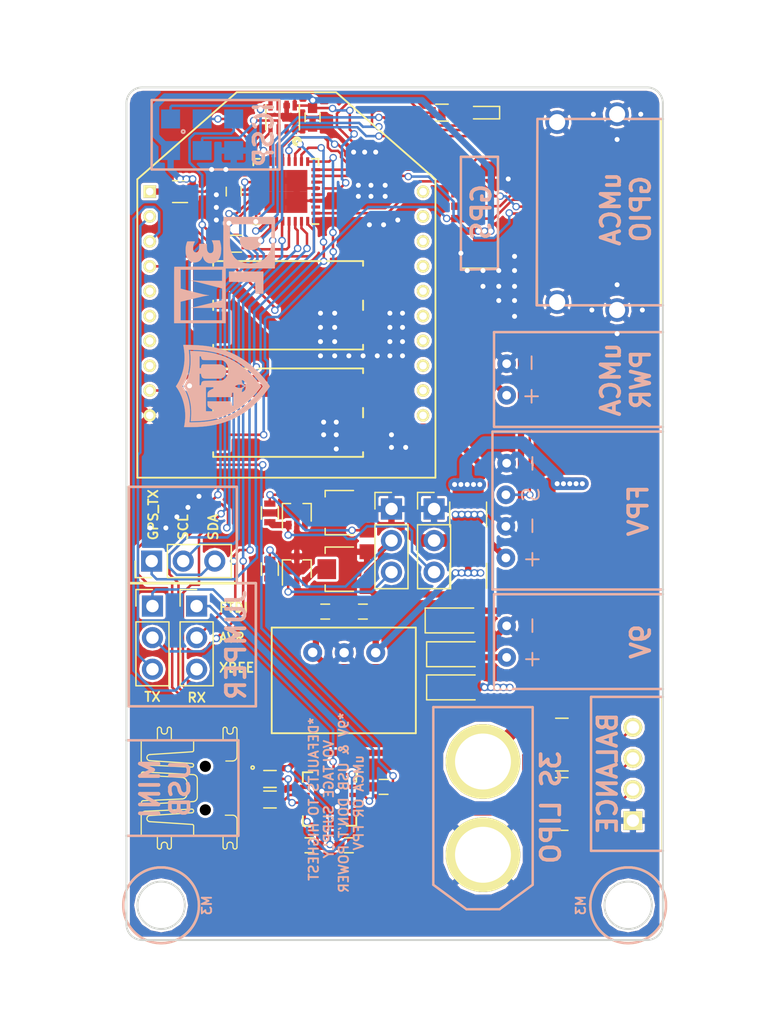
<source format=kicad_pcb>
(kicad_pcb (version 4) (host pcbnew 4.0.5+dfsg1-4)
  (title_block (title "Aerostat Control PCB") (date 2017-10-20) (rev C) (company 3MDL))
  (layers (0 F.Cu signal) (31 B.Cu signal) (34 B.Paste user) (35 F.Paste user) (36 B.SilkS user) (37 F.SilkS user) (38 B.Mask user) (39 F.Mask user) (44 Edge.Cuts user))
  (net 0 "")
  (net 1 "Net-(C1-Pad1)")
  (net 2 GND)
  (net 3 AVR_RST)
  (net 4 +12C)
  (net 5 +3V3)
  (net 6 BMP_CSB)
  (net 7 MOSI)
  (net 8 MISO)
  (net 9 SCK)
  (net 10 SDA)
  (net 11 SCL)
  (net 12 RX_AVR)
  (net 13 TX_AVR)
  (net 14 XBEE_INT)
  (net 15 "Net-(U2-Pad4)")
  (net 16 "Net-(U2-Pad5)")
  (net 17 "Net-(U2-Pad11)")
  (net 18 "Net-(U2-Pad12)")
  (net 19 "Net-(U2-Pad14)")
  (net 20 VCC_XBEE)
  (net 21 TAKE_PICTURE)
  (net 22 SELECT)
  (net 23 SCROLL_DOWN)
  (net 24 uMCA_IDLE)
  (net 25 uMCA_BUSY)
  (net 26 SCROLL_UP)
  (net 27 GPS_PWR_CTRL)
  (net 28 "Net-(C3-Pad2)")
  (net 29 BAL_1)
  (net 30 BAL_2)
  (net 31 BAL_3)
  (net 32 BAL_1%2)
  (net 33 BAL_2%4)
  (net 34 BAL_3%6)
  (net 35 /Control/D1-)
  (net 36 /Control/D1+)
  (net 37 /Control/D2-)
  (net 38 /Control/D2+)
  (net 39 "Net-(R4-Pad8)")
  (net 40 "Net-(R4-Pad9)")
  (net 41 "Net-(R4-Pad4)")
  (net 42 "Net-(R4-Pad7)")
  (net 43 "Net-(R4-Pad13)")
  (net 44 "Net-(R4-Pad10)")
  (net 45 "Net-(R5-Pad15)")
  (net 46 "Net-(R5-Pad8)")
  (net 47 "Net-(R5-Pad9)")
  (net 48 "Net-(R5-Pad2)")
  (net 49 "Net-(R5-Pad4)")
  (net 50 "Net-(R5-Pad7)")
  (net 51 "Net-(R5-Pad13)")
  (net 52 "Net-(R5-Pad10)")
  (net 53 PI_PWR)
  (net 54 FPV_PWR)
  (net 55 uMCA_PWR)
  (net 56 XBEE_SLEEP)
  (net 57 "Net-(D2-Pad2)")
  (net 58 "Net-(R6-Pad2)")
  (net 59 "Net-(BT1-Pad1)")
  (net 60 RX_FTDI)
  (net 61 TX_FTDI)
  (net 62 "Net-(P1-Pad4)")
  (net 63 "Net-(P4-Pad1)")
  (net 64 "Net-(P4-Pad6)")
  (net 65 uMCA_RX)
  (net 66 uMCA_TX)
  (net 67 "Net-(P4-Pad11)")
  (net 68 "Net-(P4-Pad16)")
  (net 69 "Net-(P4-Pad14)")
  (net 70 VIDEO_OUT)
  (net 71 "Net-(P4-Pad17)")
  (net 72 "Net-(P4-Pad18)")
  (net 73 "Net-(P4-Pad19)")
  (net 74 VCC_FPV)
  (net 75 VCC_uMCA)
  (net 76 TX_XBEE)
  (net 77 RX_XBEE)
  (net 78 "Net-(U9-Pad5)")
  (net 79 "Net-(U9-Pad6)")
  (net 80 "Net-(U9-Pad7)")
  (net 81 "Net-(U9-Pad20)")
  (net 82 "Net-(U9-Pad19)")
  (net 83 "Net-(U9-Pad18)")
  (net 84 "Net-(U9-Pad17)")
  (net 85 "Net-(U9-Pad16)")
  (net 86 "Net-(U9-Pad15)")
  (net 87 "Net-(U9-Pad14)")
  (net 88 "Net-(U9-Pad13)")
  (net 89 CTS)
  (net 90 "Net-(U9-Pad11)")
  (net 91 "Net-(U11-Pad5)")
  (net 92 V_USB)
  (net 93 3.3_VOUT)
  (net 94 +9V)
  (net 95 "Net-(Q1-Pad3)")
  (net 96 "Net-(Q2-Pad3)")
  (net 97 "Net-(RV1-Pad2)")
  (net 98 "Net-(RV2-Pad2)")
  (net 99 "Net-(C8-Pad1)")
  (module Housings_DFN_QFN:QFN-32-1EP_5x5mm_Pitch0.5mm (layer F.Cu) (at 139.332 75.933 180)
    (fp_text reference U3 hide)
    (fp_text value ATMEGA328P-M)
    (pad 1 smd rect (at -2.4 -1.75 180) (size 0.7 0.25) (layers F.Cu F.Paste F.Mask) (net 27 GPS_PWR_CTRL))
    (pad 2 smd rect (at -2.4 -1.25 180) (size 0.7 0.25) (layers F.Cu F.Paste F.Mask) (net 53 PI_PWR))
    (pad 3 smd rect (at -2.4 -0.75 180) (size 0.7 0.25) (layers F.Cu F.Paste F.Mask) (net 2 GND))
    (pad 4 smd rect (at -2.4 -0.25 180) (size 0.7 0.25) (layers F.Cu F.Paste F.Mask) (net 5 +3V3))
    (pad 5 smd rect (at -2.4 0.25 180) (size 0.7 0.25) (layers F.Cu F.Paste F.Mask) (net 2 GND))
    (pad 6 smd rect (at -2.4 0.75 180) (size 0.7 0.25) (layers F.Cu F.Paste F.Mask) (net 5 +3V3))
    (pad 7 smd rect (at -2.4 1.25 180) (size 0.7 0.25) (layers F.Cu F.Paste F.Mask) (net 24 uMCA_IDLE))
    (pad 8 smd rect (at -2.4 1.75 180) (size 0.7 0.25) (layers F.Cu F.Paste F.Mask) (net 25 uMCA_BUSY))
    (pad 9 smd rect (at -1.75 2.4 270) (size 0.7 0.25) (layers F.Cu F.Paste F.Mask) (net 54 FPV_PWR))
    (pad 10 smd rect (at -1.25 2.4 270) (size 0.7 0.25) (layers F.Cu F.Paste F.Mask) (net 55 uMCA_PWR))
    (pad 11 smd rect (at -0.75 2.4 270) (size 0.7 0.25) (layers F.Cu F.Paste F.Mask) (net 56 XBEE_SLEEP))
    (pad 12 smd rect (at -0.25 2.4 270) (size 0.7 0.25) (layers F.Cu F.Paste F.Mask) (net 58 "Net-(R6-Pad2)"))
    (pad 13 smd rect (at 0.25 2.4 270) (size 0.7 0.25) (layers F.Cu F.Paste F.Mask) (net 21 TAKE_PICTURE))
    (pad 14 smd rect (at 0.75 2.4 270) (size 0.7 0.25) (layers F.Cu F.Paste F.Mask) (net 6 BMP_CSB))
    (pad 15 smd rect (at 1.25 2.4 270) (size 0.7 0.25) (layers F.Cu F.Paste F.Mask) (net 7 MOSI))
    (pad 16 smd rect (at 1.75 2.4 270) (size 0.7 0.25) (layers F.Cu F.Paste F.Mask) (net 8 MISO))
    (pad 17 smd rect (at 2.4 1.75 180) (size 0.7 0.25) (layers F.Cu F.Paste F.Mask) (net 9 SCK))
    (pad 18 smd rect (at 2.4 1.25 180) (size 0.7 0.25) (layers F.Cu F.Paste F.Mask) (net 5 +3V3))
    (pad 19 smd rect (at 2.4 0.75 180) (size 0.7 0.25) (layers F.Cu F.Paste F.Mask) (net 33 BAL_2%4))
    (pad 20 smd rect (at 2.4 0.25 180) (size 0.7 0.25) (layers F.Cu F.Paste F.Mask) (net 5 +3V3))
    (pad 21 smd rect (at 2.4 -0.25 180) (size 0.7 0.25) (layers F.Cu F.Paste F.Mask) (net 2 GND))
    (pad 22 smd rect (at 2.4 -0.75 180) (size 0.7 0.25) (layers F.Cu F.Paste F.Mask) (net 34 BAL_3%6))
    (pad 23 smd rect (at 2.4 -1.25 180) (size 0.7 0.25) (layers F.Cu F.Paste F.Mask) (net 32 BAL_1%2))
    (pad 24 smd rect (at 2.4 -1.75 180) (size 0.7 0.25) (layers F.Cu F.Paste F.Mask) (net 22 SELECT))
    (pad 25 smd rect (at 1.75 -2.4 270) (size 0.7 0.25) (layers F.Cu F.Paste F.Mask) (net 23 SCROLL_DOWN))
    (pad 26 smd rect (at 1.25 -2.4 270) (size 0.7 0.25) (layers F.Cu F.Paste F.Mask) (net 26 SCROLL_UP))
    (pad 27 smd rect (at 0.75 -2.4 270) (size 0.7 0.25) (layers F.Cu F.Paste F.Mask) (net 10 SDA))
    (pad 28 smd rect (at 0.25 -2.4 270) (size 0.7 0.25) (layers F.Cu F.Paste F.Mask) (net 11 SCL))
    (pad 29 smd rect (at -0.25 -2.4 270) (size 0.7 0.25) (layers F.Cu F.Paste F.Mask) (net 3 AVR_RST))
    (pad 30 smd rect (at -0.75 -2.4 270) (size 0.7 0.25) (layers F.Cu F.Paste F.Mask) (net 12 RX_AVR))
    (pad 31 smd rect (at -1.25 -2.4 270) (size 0.7 0.25) (layers F.Cu F.Paste F.Mask) (net 13 TX_AVR))
    (pad 32 smd rect (at -1.75 -2.4 270) (size 0.7 0.25) (layers F.Cu F.Paste F.Mask) (net 14 XBEE_INT))
    (pad 33 smd rect (at 0.8625 0.8625 180) (size 1.725 1.725) (layers F.Cu F.Paste F.Mask) (net 2 GND))
    (pad 33 smd rect (at 0.8625 -0.8625 180) (size 1.725 1.725) (layers F.Cu F.Paste F.Mask) (net 2 GND))
    (pad 33 smd rect (at -0.8625 0.8625 180) (size 1.725 1.725) (layers F.Cu F.Paste F.Mask) (net 2 GND))
    (pad 33 smd rect (at -0.8625 -0.8625 180) (size 1.725 1.725) (layers F.Cu F.Paste F.Mask) (net 2 GND))
  )
  (module "MOD:GND VIA" (layer F.Cu) (at 134.493 72.898)
    (fp_text reference "" (at 0 0) (layer F.SilkS))
    (fp_text value "" (at 0 0) (layer F.SilkS))
    (pad 1 thru_hole circle (at 0 1.27) (size 0.6 0.6) (drill 0.4) (layers *.Cu) (net 2 GND))
  )
  (module "MOD:GND VIA" (layer F.Cu) (at 133.35 72.898)
    (fp_text reference "" (at 0 0) (layer F.SilkS))
    (fp_text value "" (at 0 0) (layer F.SilkS))
    (pad 1 thru_hole circle (at 0 1.27) (size 0.6 0.6) (drill 0.4) (layers *.Cu) (net 2 GND))
  )
  (module "MOD:GND VIA" (layer F.Cu) (at 133.731 76.962)
    (fp_text reference "" (at 0 0) (layer F.SilkS))
    (fp_text value "" (at 0 0) (layer F.SilkS))
    (pad 1 thru_hole circle (at 0 1.27) (size 0.6 0.6) (drill 0.4) (layers *.Cu) (net 2 GND))
  )
  (module "MOD:GND VIA" (layer F.Cu) (at 133.731 75.946)
    (fp_text reference "" (at 0 0) (layer F.SilkS))
    (fp_text value "" (at 0 0) (layer F.SilkS))
    (pad 1 thru_hole circle (at 0 1.27) (size 0.6 0.6) (drill 0.4) (layers *.Cu) (net 2 GND))
  )
  (module "MOD:GND VIA" (layer F.Cu) (at 133.731 74.93)
    (fp_text reference "" (at 0 0) (layer F.SilkS))
    (fp_text value "" (at 0 0) (layer F.SilkS))
    (pad 1 thru_hole circle (at 0 1.27) (size 0.6 0.6) (drill 0.4) (layers *.Cu) (net 2 GND))
  )
  (module "MOD:GND VIA" (layer F.Cu) (at 145.161 74.168)
    (fp_text reference "" (at 0 0) (layer F.SilkS))
    (fp_text value "" (at 0 0) (layer F.SilkS))
    (pad 1 thru_hole circle (at 0 1.27) (size 0.6 0.6) (drill 0.4) (layers *.Cu) (net 2 GND))
  )
  (module "MOD:GND VIA" (layer F.Cu) (at 153.924 81.026)
    (fp_text reference "" (at 0 0) (layer F.SilkS))
    (fp_text value "" (at 0 0) (layer F.SilkS))
    (pad 1 thru_hole circle (at 0 1.27) (size 0.6 0.6) (drill 0.4) (layers *.Cu) (net 2 GND))
  )
  (module "MOD:GND VIA" (layer F.Cu) (at 155.194 82.296)
    (fp_text reference "" (at 0 0) (layer F.SilkS))
    (fp_text value "" (at 0 0) (layer F.SilkS))
    (pad 1 thru_hole circle (at 0 1.27) (size 0.6 0.6) (drill 0.4) (layers *.Cu) (net 2 GND))
  )
  (module "MOD:GND VIA" (layer F.Cu) (at 155.194 81.026)
    (fp_text reference "" (at 0 0) (layer F.SilkS))
    (fp_text value "" (at 0 0) (layer F.SilkS))
    (pad 1 thru_hole circle (at 0 1.27) (size 0.6 0.6) (drill 0.4) (layers *.Cu) (net 2 GND))
  )
  (module "MOD:GND VIA" (layer F.Cu) (at 156.464 81.026)
    (fp_text reference "" (at 0 0) (layer F.SilkS))
    (fp_text value "" (at 0 0) (layer F.SilkS))
    (pad 1 thru_hole circle (at 0 1.27) (size 0.6 0.6) (drill 0.4) (layers *.Cu) (net 2 GND))
  )
  (module "MOD:GND VIA" (layer F.Cu) (at 156.464 82.296)
    (fp_text reference "" (at 0 0) (layer F.SilkS))
    (fp_text value "" (at 0 0) (layer F.SilkS))
    (pad 1 thru_hole circle (at 0 1.27) (size 0.6 0.6) (drill 0.4) (layers *.Cu) (net 2 GND))
  )
  (module "MOD:GND VIA" (layer F.Cu) (at 156.464 83.439)
    (fp_text reference "" (at 0 0) (layer F.SilkS))
    (fp_text value "" (at 0 0) (layer F.SilkS))
    (pad 1 thru_hole circle (at 0 1.27) (size 0.6 0.6) (drill 0.4) (layers *.Cu) (net 2 GND))
  )
  (module "MOD:GND VIA" (layer F.Cu) (at 157.734 84.709)
    (fp_text reference "" (at 0 0) (layer F.SilkS))
    (fp_text value "" (at 0 0) (layer F.SilkS))
    (pad 1 thru_hole circle (at 0 1.27) (size 0.6 0.6) (drill 0.4) (layers *.Cu) (net 2 GND))
  )
  (module "MOD:GND VIA" (layer F.Cu) (at 157.734 83.439)
    (fp_text reference "" (at 0 0) (layer F.SilkS))
    (fp_text value "" (at 0 0) (layer F.SilkS))
    (pad 1 thru_hole circle (at 0 1.27) (size 0.6 0.6) (drill 0.4) (layers *.Cu) (net 2 GND))
  )
  (module "MOD:GND VIA" (layer F.Cu) (at 157.734 82.296)
    (fp_text reference "" (at 0 0) (layer F.SilkS))
    (fp_text value "" (at 0 0) (layer F.SilkS))
    (pad 1 thru_hole circle (at 0 1.27) (size 0.6 0.6) (drill 0.4) (layers *.Cu) (net 2 GND))
  )
  (module "MOD:GND VIA" (layer F.Cu) (at 157.734 81.026)
    (fp_text reference "" (at 0 0) (layer F.SilkS))
    (fp_text value "" (at 0 0) (layer F.SilkS))
    (pad 1 thru_hole circle (at 0 1.27) (size 0.6 0.6) (drill 0.4) (layers *.Cu) (net 2 GND))
  )
  (module "MOD:GND VIA" (layer F.Cu) (at 157.734 79.883)
    (fp_text reference "" (at 0 0) (layer F.SilkS))
    (fp_text value "" (at 0 0) (layer F.SilkS))
    (pad 1 thru_hole circle (at 0 1.27) (size 0.6 0.6) (drill 0.4) (layers *.Cu) (net 2 GND))
  )
  (module "MOD:GND VIA" (layer F.Cu) (at 148.971 95.25)
    (fp_text reference "" (at 0 0) (layer F.SilkS))
    (fp_text value "" (at 0 0) (layer F.SilkS))
    (pad 1 thru_hole circle (at 0 1.27) (size 0.6 0.6) (drill 0.4) (layers *.Cu) (net 2 GND))
  )
  (module "MOD:GND VIA" (layer F.Cu) (at 143.383 95.377)
    (fp_text reference "" (at 0 0) (layer F.SilkS))
    (fp_text value "" (at 0 0) (layer F.SilkS))
    (pad 1 thru_hole circle (at 0 1.27) (size 0.6 0.6) (drill 0.4) (layers *.Cu) (net 2 GND))
  )
  (module "MOD:GND VIA" (layer F.Cu) (at 142.367 94.234)
    (fp_text reference "" (at 0 0) (layer F.SilkS))
    (fp_text value "" (at 0 0) (layer F.SilkS))
    (pad 1 thru_hole circle (at 0 1.27) (size 0.6 0.6) (drill 0.4) (layers *.Cu) (net 2 GND))
  )
  (module "MOD:GND VIA" (layer F.Cu) (at 142.367 93.218)
    (fp_text reference "" (at 0 0) (layer F.SilkS))
    (fp_text value "" (at 0 0) (layer F.SilkS))
    (pad 1 thru_hole circle (at 0 1.27) (size 0.6 0.6) (drill 0.4) (layers *.Cu) (net 2 GND))
  )
  (module "MOD:GND VIA" (layer F.Cu) (at 142.113 84.455)
    (fp_text reference "" (at 0 0) (layer F.SilkS))
    (fp_text value "" (at 0 0) (layer F.SilkS))
    (pad 1 thru_hole circle (at 0 1.27) (size 0.6 0.6) (drill 0.4) (layers *.Cu) (net 2 GND))
  )
  (module "MOD:GND VIA" (layer F.Cu) (at 142.113 85.598)
    (fp_text reference "" (at 0 0) (layer F.SilkS))
    (fp_text value "" (at 0 0) (layer F.SilkS))
    (pad 1 thru_hole circle (at 0 1.27) (size 0.6 0.6) (drill 0.4) (layers *.Cu) (net 2 GND))
  )
  (module "MOD:GND VIA" (layer F.Cu) (at 142.113 86.741)
    (fp_text reference "" (at 0 0) (layer F.SilkS))
    (fp_text value "" (at 0 0) (layer F.SilkS))
    (pad 1 thru_hole circle (at 0 1.27) (size 0.6 0.6) (drill 0.4) (layers *.Cu) (net 2 GND))
  )
  (module "MOD:GND VIA" (layer F.Cu) (at 142.113 87.884)
    (fp_text reference "" (at 0 0) (layer F.SilkS))
    (fp_text value "" (at 0 0) (layer F.SilkS))
    (pad 1 thru_hole circle (at 0 1.27) (size 0.6 0.6) (drill 0.4) (layers *.Cu) (net 2 GND))
  )
  (module "MOD:GND VIA" (layer F.Cu) (at 143.256 87.884)
    (fp_text reference "" (at 0 0) (layer F.SilkS))
    (fp_text value "" (at 0 0) (layer F.SilkS))
    (pad 1 thru_hole circle (at 0 1.27) (size 0.6 0.6) (drill 0.4) (layers *.Cu) (net 2 GND))
  )
  (module "MOD:GND VIA" (layer F.Cu) (at 148.717 87.884)
    (fp_text reference "" (at 0 0) (layer F.SilkS))
    (fp_text value "" (at 0 0) (layer F.SilkS))
    (pad 1 thru_hole circle (at 0 1.27) (size 0.6 0.6) (drill 0.4) (layers *.Cu) (net 2 GND))
  )
  (module "MOD:GND VIA" (layer F.Cu) (at 147.701 87.884)
    (fp_text reference "" (at 0 0) (layer F.SilkS))
    (fp_text value "" (at 0 0) (layer F.SilkS))
    (pad 1 thru_hole circle (at 0 1.27) (size 0.6 0.6) (drill 0.4) (layers *.Cu) (net 2 GND))
  )
  (module "MOD:GND VIA" (layer F.Cu) (at 148.717 86.741)
    (fp_text reference "" (at 0 0) (layer F.SilkS))
    (fp_text value "" (at 0 0) (layer F.SilkS))
    (pad 1 thru_hole circle (at 0 1.27) (size 0.6 0.6) (drill 0.4) (layers *.Cu) (net 2 GND))
  )
  (module "MOD:GND VIA" (layer F.Cu) (at 148.717 85.598)
    (fp_text reference "" (at 0 0) (layer F.SilkS))
    (fp_text value "" (at 0 0) (layer F.SilkS))
    (pad 1 thru_hole circle (at 0 1.27) (size 0.6 0.6) (drill 0.4) (layers *.Cu) (net 2 GND))
  )
  (module "MOD:GND VIA" (layer F.Cu) (at 148.717 84.455)
    (fp_text reference "" (at 0 0) (layer F.SilkS))
    (fp_text value "" (at 0 0) (layer F.SilkS))
    (pad 1 thru_hole circle (at 0 1.27) (size 0.6 0.6) (drill 0.4) (layers *.Cu) (net 2 GND))
  )
  (module "MOD:GND VIA" (layer F.Cu) (at 164.084 68.453)
    (fp_text reference "" (at 0 0) (layer F.SilkS))
    (fp_text value "" (at 0 0) (layer F.SilkS))
    (pad 1 thru_hole circle (at 0 1.27) (size 0.6 0.6) (drill 0.4) (layers *.Cu) (net 2 GND))
  )
  (module "MOD:GND VIA" (layer F.Cu) (at 167.894 68.453)
    (fp_text reference "" (at 0 0) (layer F.SilkS))
    (fp_text value "" (at 0 0) (layer F.SilkS))
    (pad 1 thru_hole circle (at 0 1.27) (size 0.6 0.6) (drill 0.4) (layers *.Cu) (net 2 GND))
  )
  (module "MOD:GND VIA" (layer F.Cu) (at 165.989 70.485)
    (fp_text reference "" (at 0 0) (layer F.SilkS))
    (fp_text value "" (at 0 0) (layer F.SilkS))
    (pad 1 thru_hole circle (at 0 1.27) (size 0.6 0.6) (drill 0.4) (layers *.Cu) (net 2 GND))
  )
  (module "MOD:GND VIA" (layer F.Cu) (at 163.957 84.201)
    (fp_text reference "" (at 0 0) (layer F.SilkS))
    (fp_text value "" (at 0 0) (layer F.SilkS))
    (pad 1 thru_hole circle (at 0 1.27) (size 0.6 0.6) (drill 0.4) (layers *.Cu) (net 2 GND))
  )
  (module "MOD:GND VIA" (layer F.Cu) (at 165.989 86.106)
    (fp_text reference "" (at 0 0) (layer F.SilkS))
    (fp_text value "" (at 0 0) (layer F.SilkS))
    (pad 1 thru_hole circle (at 0 1.27) (size 0.6 0.6) (drill 0.4) (layers *.Cu) (net 2 GND))
  )
  (module "MOD:GND VIA" (layer F.Cu) (at 168.021 84.201)
    (fp_text reference "" (at 0 0) (layer F.SilkS))
    (fp_text value "" (at 0 0) (layer F.SilkS))
    (pad 1 thru_hole circle (at 0 1.27) (size 0.6 0.6) (drill 0.4) (layers *.Cu) (net 2 GND))
  )
  (module "MOD:GND VIA" (layer F.Cu) (at 165.989 82.169)
    (fp_text reference "" (at 0 0) (layer F.SilkS))
    (fp_text value "" (at 0 0) (layer F.SilkS))
    (pad 1 thru_hole circle (at 0 1.27) (size 0.6 0.6) (drill 0.4) (layers *.Cu) (net 2 GND))
  )
  (module "MOD:GND VIA" (layer F.Cu) (at 128.397 101.727)
    (fp_text reference "" (at 0 0) (layer F.SilkS))
    (fp_text value "" (at 0 0) (layer F.SilkS))
    (pad 1 thru_hole circle (at 0 1.27) (size 0.6 0.6) (drill 0.4) (layers *.Cu) (net 2 GND))
  )
  (module "MOD:GND VIA" (layer F.Cu) (at 132.334 99.187)
    (fp_text reference "" (at 0 0) (layer F.SilkS))
    (fp_text value "" (at 0 0) (layer F.SilkS))
    (pad 1 thru_hole circle (at 0 1.27) (size 0.6 0.6) (drill 0.4) (layers *.Cu) (net 2 GND))
  )
  (module "MOD:GND VIA" (layer F.Cu) (at 131.445 100.076)
    (fp_text reference "" (at 0 0) (layer F.SilkS))
    (fp_text value "" (at 0 0) (layer F.SilkS))
    (pad 1 thru_hole circle (at 0 1.27) (size 0.6 0.6) (drill 0.4) (layers *.Cu) (net 2 GND))
  )
  (module "MOD:GND VIA" (layer F.Cu) (at 130.556 100.838)
    (fp_text reference "" (at 0 0) (layer F.SilkS))
    (fp_text value "" (at 0 0) (layer F.SilkS))
    (pad 1 thru_hole circle (at 0 1.27) (size 0.6 0.6) (drill 0.4) (layers *.Cu) (net 2 GND))
  )
  (module "MOD:GND VIA" (layer F.Cu) (at 129.667 101.727)
    (fp_text reference "" (at 0 0) (layer F.SilkS))
    (fp_text value "" (at 0 0) (layer F.SilkS))
    (pad 1 thru_hole circle (at 0 1.27) (size 0.6 0.6) (drill 0.4) (layers *.Cu) (net 2 GND))
  )
  (module "MOD:GND VIA" (layer F.Cu) (at 146.177 75.057)
    (fp_text reference "" (at 0 0) (layer F.SilkS))
    (fp_text value "" (at 0 0) (layer F.SilkS))
    (pad 1 thru_hole circle (at 0 1.27) (size 0.6 0.6) (drill 0.4) (layers *.Cu) (net 2 GND))
  )
  (module "MOD:GND VIA" (layer F.Cu) (at 147.828 94.234)
    (fp_text reference "" (at 0 0) (layer F.SilkS))
    (fp_text value "" (at 0 0) (layer F.SilkS))
    (pad 1 thru_hole circle (at 0 1.27) (size 0.6 0.6) (drill 0.4) (layers *.Cu) (net 2 GND))
  )
  (module "MOD:GND VIA" (layer F.Cu) (at 147.828 95.25)
    (fp_text reference "" (at 0 0) (layer F.SilkS))
    (fp_text value "" (at 0 0) (layer F.SilkS))
    (pad 1 thru_hole circle (at 0 1.27) (size 0.6 0.6) (drill 0.4) (layers *.Cu) (net 2 GND))
  )
  (module "MOD:GND VIA" (layer F.Cu) (at 143.383 94.234)
    (fp_text reference "" (at 0 0) (layer F.SilkS))
    (fp_text value "" (at 0 0) (layer F.SilkS))
    (pad 1 thru_hole circle (at 0 1.27) (size 0.6 0.6) (drill 0.4) (layers *.Cu) (net 2 GND))
  )
  (module "MOD:GND VIA" (layer F.Cu) (at 143.383 93.218)
    (fp_text reference "" (at 0 0) (layer F.SilkS))
    (fp_text value "" (at 0 0) (layer F.SilkS))
    (pad 1 thru_hole circle (at 0 1.27) (size 0.6 0.6) (drill 0.4) (layers *.Cu) (net 2 GND))
  )
  (module "MOD:GND VIA" (layer F.Cu) (at 146.685 87.884)
    (fp_text reference "" (at 0 0) (layer F.SilkS))
    (fp_text value "" (at 0 0) (layer F.SilkS))
    (pad 1 thru_hole circle (at 0 1.27) (size 0.6 0.6) (drill 0.4) (layers *.Cu) (net 2 GND))
  )
  (module "MOD:GND VIA" (layer F.Cu) (at 145.542 87.884)
    (fp_text reference "" (at 0 0) (layer F.SilkS))
    (fp_text value "" (at 0 0) (layer F.SilkS))
    (pad 1 thru_hole circle (at 0 1.27) (size 0.6 0.6) (drill 0.4) (layers *.Cu) (net 2 GND))
  )
  (module "MOD:GND VIA" (layer F.Cu) (at 144.399 87.884)
    (fp_text reference "" (at 0 0) (layer F.SilkS))
    (fp_text value "" (at 0 0) (layer F.SilkS))
    (pad 1 thru_hole circle (at 0 1.27) (size 0.6 0.6) (drill 0.4) (layers *.Cu) (net 2 GND))
  )
  (module "MOD:GND VIA" (layer F.Cu) (at 147.701 86.741)
    (fp_text reference "" (at 0 0) (layer F.SilkS))
    (fp_text value "" (at 0 0) (layer F.SilkS))
    (pad 1 thru_hole circle (at 0 1.27) (size 0.6 0.6) (drill 0.4) (layers *.Cu) (net 2 GND))
  )
  (module "MOD:GND VIA" (layer F.Cu) (at 147.701 85.598)
    (fp_text reference "" (at 0 0) (layer F.SilkS))
    (fp_text value "" (at 0 0) (layer F.SilkS))
    (pad 1 thru_hole circle (at 0 1.27) (size 0.6 0.6) (drill 0.4) (layers *.Cu) (net 2 GND))
  )
  (module "MOD:GND VIA" (layer F.Cu) (at 147.701 84.455)
    (fp_text reference "" (at 0 0) (layer F.SilkS))
    (fp_text value "" (at 0 0) (layer F.SilkS))
    (pad 1 thru_hole circle (at 0 1.27) (size 0.6 0.6) (drill 0.4) (layers *.Cu) (net 2 GND))
  )
  (module "MOD:GND VIA" (layer F.Cu) (at 143.256 86.741)
    (fp_text reference "" (at 0 0) (layer F.SilkS))
    (fp_text value "" (at 0 0) (layer F.SilkS))
    (pad 1 thru_hole circle (at 0 1.27) (size 0.6 0.6) (drill 0.4) (layers *.Cu) (net 2 GND))
  )
  (module "MOD:GND VIA" (layer F.Cu) (at 143.256 85.598)
    (fp_text reference "" (at 0 0) (layer F.SilkS))
    (fp_text value "" (at 0 0) (layer F.SilkS))
    (pad 1 thru_hole circle (at 0 1.27) (size 0.6 0.6) (drill 0.4) (layers *.Cu) (net 2 GND))
  )
  (module "MOD:GND VIA" (layer F.Cu) (at 143.256 84.455)
    (fp_text reference "" (at 0 0) (layer F.SilkS))
    (fp_text value "" (at 0 0) (layer F.SilkS))
    (pad 1 thru_hole circle (at 0 1.27) (size 0.6 0.6) (drill 0.4) (layers *.Cu) (net 2 GND))
  )
  (module "MOD:GND VIA" (layer F.Cu) (at 145.161 75.057)
    (fp_text reference "" (at 0 0) (layer F.SilkS))
    (fp_text value "" (at 0 0) (layer F.SilkS))
    (pad 1 thru_hole circle (at 0 1.27) (size 0.6 0.6) (drill 0.4) (layers *.Cu) (net 2 GND))
  )
  (module "MOD:GND VIA" (layer F.Cu) (at 147.32 75.057)
    (fp_text reference "" (at 0 0) (layer F.SilkS))
    (fp_text value "" (at 0 0) (layer F.SilkS))
    (pad 1 thru_hole circle (at 0 1.27) (size 0.6 0.6) (drill 0.4) (layers *.Cu) (net 2 GND))
  )
  (module "MOD:GND VIA" (layer F.Cu) (at 147.32 74.168)
    (fp_text reference "" (at 0 0) (layer F.SilkS))
    (fp_text value "" (at 0 0) (layer F.SilkS))
    (pad 1 thru_hole circle (at 0 1.27) (size 0.6 0.6) (drill 0.4) (layers *.Cu) (net 2 GND))
  )
  (module "MOD:GND VIA" (layer F.Cu) (at 146.177 74.168)
    (fp_text reference "" (at 0 0) (layer F.SilkS))
    (fp_text value "" (at 0 0) (layer F.SilkS))
    (pad 1 thru_hole circle (at 0 1.27) (size 0.6 0.6) (drill 0.4) (layers *.Cu) (net 2 GND))
  )
  (module "MOD:GND VIA" (layer F.Cu) (at 148.336 76.962)
    (fp_text reference "" (at 0 0) (layer F.SilkS))
    (fp_text value "" (at 0 0) (layer F.SilkS))
    (pad 1 thru_hole circle (at 0 1.27) (size 0.6 0.6) (drill 0.4) (layers *.Cu) (net 2 GND))
  )
  (module "MOD:GND VIA" (layer F.Cu) (at 147.193 77.343)
    (fp_text reference "" (at 0 0) (layer F.SilkS))
    (fp_text value "" (at 0 0) (layer F.SilkS))
    (pad 1 thru_hole circle (at 0 1.27) (size 0.6 0.6) (drill 0.4) (layers *.Cu) (net 2 GND))
  )
  (module MOD:XT60 (layer F.Cu) (at 155.194 129.286 90)
    (fp_text reference BT1 hide)
    (fp_text value "11.1V LIPO")
    (pad 2 thru_hole circle (at 0 0 90) (size 6 6) (drill 4.5) (layers *.Cu *.Mask F.SilkS) (net 2 GND))
    (pad 1 thru_hole circle (at 7.5 0 90) (size 6 6) (drill 4.5) (layers *.Cu *.Mask F.SilkS) (net 59 "Net-(BT1-Pad1)"))
  )
  (module Capacitors_SMD:C_0603 (layer F.Cu) (at 141.224 128.524 180)
    (fp_text reference C1 hide)
    (fp_text value 1uF)
    (pad 2 smd rect (at 0.75 0 180) (size 0.8 0.75) (layers F.Cu F.Paste F.Mask) (net 2 GND))
    (pad 1 smd rect (at -0.75 0 180) (size 0.8 0.75) (layers F.Cu F.Paste F.Mask) (net 1 "Net-(C1-Pad1)"))
  )
  (module Capacitors_SMD:C_0603 (layer F.Cu) (at 144.399 128.524 180)
    (fp_text reference C2 hide)
    (fp_text value 1uF)
    (pad 2 smd rect (at 0.75 0 180) (size 0.8 0.75) (layers F.Cu F.Paste F.Mask) (net 92 V_USB))
    (pad 1 smd rect (at -0.75 0 180) (size 0.8 0.75) (layers F.Cu F.Paste F.Mask) (net 2 GND))
  )
  (module Capacitors_SMD:C_0603 (layer F.Cu) (at 147.193 123.825 180)
    (fp_text reference C3 hide)
    (fp_text value 0.1uF)
    (pad 2 smd rect (at 0.75 0 180) (size 0.8 0.75) (layers F.Cu F.Paste F.Mask) (net 28 "Net-(C3-Pad2)"))
    (pad 1 smd rect (at -0.75 0 180) (size 0.8 0.75) (layers F.Cu F.Paste F.Mask) (net 3 AVR_RST))
  )
  (module Capacitors_SMD:C_0603 (layer F.Cu) (at 135.128 75.946 270)
    (fp_text reference C6 hide)
    (fp_text value 1uF)
    (pad 2 smd rect (at 0.75 0 270) (size 0.8 0.75) (layers F.Cu F.Paste F.Mask) (net 2 GND))
    (pad 1 smd rect (at -0.75 0 270) (size 0.8 0.75) (layers F.Cu F.Paste F.Mask) (net 5 +3V3))
  )
  (module Capacitors_SMD:C_0603 (layer F.Cu) (at 141.478 69.977 270)
    (fp_text reference C7 hide)
    (fp_text value 1uF)
    (pad 2 smd rect (at 0.75 0 270) (size 0.8 0.75) (layers F.Cu F.Paste F.Mask) (net 2 GND))
    (pad 1 smd rect (at -0.75 0 270) (size 0.8 0.75) (layers F.Cu F.Paste F.Mask) (net 5 +3V3))
  )
  (module Capacitors_SMD:C_0603 (layer F.Cu) (at 142.494 109.728)
    (fp_text reference C8 hide)
    (fp_text value 10uF)
    (pad 2 smd rect (at 0.75 0) (size 0.8 0.75) (layers F.Cu F.Paste F.Mask) (net 2 GND))
    (pad 1 smd rect (at -0.75 0) (size 0.8 0.75) (layers F.Cu F.Paste F.Mask) (net 99 "Net-(C8-Pad1)"))
  )
  (module Capacitors_SMD:C_0603 (layer F.Cu) (at 145.53 109.728 180)
    (fp_text reference C9 hide)
    (fp_text value 10uF)
    (pad 2 smd rect (at 0.75 0 180) (size 0.8 0.75) (layers F.Cu F.Paste F.Mask) (net 2 GND))
    (pad 1 smd rect (at -0.75 0 180) (size 0.8 0.75) (layers F.Cu F.Paste F.Mask) (net 93 3.3_VOUT))
  )
  (module Diodes_SMD:D_SOD-123 (layer F.Cu) (at 152.908 113.157)
    (fp_text reference D1 hide)
    (fp_text value 1A)
    (pad 1 smd rect (at -1.65 0) (size 0.9 1.2) (layers F.Cu F.Paste F.Mask) (net 99 "Net-(C8-Pad1)"))
    (pad 2 smd rect (at 1.65 0) (size 0.9 1.2) (layers F.Cu F.Paste F.Mask) (net 94 +9V))
  )
  (module LEDs:LED_0603 (layer F.Cu) (at 155.232 69.596 180)
    (fp_text reference D2 hide)
    (fp_text value LED)
    (pad 2 smd rect (at 0.8 0) (size 0.8 0.8) (layers F.Cu F.Paste F.Mask) (net 57 "Net-(D2-Pad2)"))
    (pad 1 smd rect (at -0.8 0) (size 0.8 0.8) (layers F.Cu F.Paste F.Mask) (net 2 GND))
  )
  (module Diodes_SMD:D_SOD-123 (layer F.Cu) (at 152.908 115.824)
    (fp_text reference D3 hide)
    (fp_text value 1A)
    (pad 1 smd rect (at -1.65 0) (size 0.9 1.2) (layers F.Cu F.Paste F.Mask) (net 99 "Net-(C8-Pad1)"))
    (pad 2 smd rect (at 1.65 0) (size 0.9 1.2) (layers F.Cu F.Paste F.Mask) (net 4 +12C))
  )
  (module Diodes_SMD:D_SOD-123 (layer F.Cu) (at 152.7937 110.4392)
    (fp_text reference D4 hide)
    (fp_text value 1A)
    (pad 1 smd rect (at -1.65 0) (size 0.9 1.2) (layers F.Cu F.Paste F.Mask) (net 99 "Net-(C8-Pad1)"))
    (pad 2 smd rect (at 1.65 0) (size 0.9 1.2) (layers F.Cu F.Paste F.Mask) (net 92 V_USB))
  )
  (module Capacitors_SMD:C_1210 (layer F.Cu) (at 154.000199 101.9175 90)
    (fp_text reference F1 hide)
    (fp_text value Polyfuse)
    (pad 1 smd rect (at -1.5 0 90) (size 1 2.5) (layers F.Cu F.Paste F.Mask) (net 4 +12C))
    (pad 2 smd rect (at 1.5 0 90) (size 1 2.5) (layers F.Cu F.Paste F.Mask) (net 59 "Net-(BT1-Pad1)"))
  )
  (module Capacitors_SMD:C_1210 (layer F.Cu) (at 154.0002 106.8451 90)
    (fp_text reference F2 hide)
    (fp_text value Polyfuse)
    (pad 1 smd rect (at -1.5 0 90) (size 1 2.5) (layers F.Cu F.Paste F.Mask) (net 5 +3V3))
    (pad 2 smd rect (at 1.5 0 90) (size 1 2.5) (layers F.Cu F.Paste F.Mask) (net 93 3.3_VOUT))
  )
  (module MOD:UX60-MB-5ST (layer F.Cu) (at 135.382 123.924 270)
    (fp_text reference P1 hide)
    (fp_text value USB_OTG hide)
    (pad M3 smd rect (at -4.2 0.54) (size 2.2 2.5) (layers F.Cu F.Paste F.Mask))
    (pad M4 smd rect (at 4.2 0.54) (size 2.2 2.5) (layers F.Cu F.Paste F.Mask))
    (pad M2 smd rect (at -4.2 5.84) (size 2.2 2.5) (layers F.Cu F.Paste F.Mask))
    (pad M1 smd rect (at 4.2 5.84) (size 2.2 2.5) (layers F.Cu F.Paste F.Mask))
    (pad 1 smd rect (at -1.6 0.29) (size 2 0.5) (layers F.Cu F.Paste F.Mask) (net 92 V_USB))
    (pad 2 smd rect (at -0.8 0.29) (size 2 0.5) (layers F.Cu F.Paste F.Mask) (net 35 /Control/D1-))
    (pad 3 smd rect (at 0 0.29) (size 2 0.5) (layers F.Cu F.Paste F.Mask) (net 36 /Control/D1+))
    (pad 4 smd rect (at 0.8 0.29) (size 2 0.5) (layers F.Cu F.Paste F.Mask) (net 62 "Net-(P1-Pad4)"))
    (pad 5 smd rect (at 1.6 0.29) (size 2 0.5) (layers F.Cu F.Paste F.Mask) (net 2 GND))
    (pad Hole np_thru_hole circle (at -1.75 2.54 270) (size 0.9 0.9) (drill 0.9) (layers))
    (pad Hole np_thru_hole circle (at 1.75 2.54 270) (size 0.9 0.9) (drill 0.9) (layers))
  )
  (module "MOD:JST_B4B-XH-A(LF)(SN)" (layer F.Cu) (at 167.259 122.789 90)
    (fp_text reference P3 hide)
    (fp_text value "LIPO BALANCE" hide)
    (pad 1 thru_hole rect (at -3.75 0 90) (size 1.508 1.508) (drill 1) (layers *.Cu *.Mask F.SilkS) (net 2 GND))
    (pad 2 thru_hole circle (at -1.25 0 90) (size 1.508 1.508) (drill 1) (layers *.Cu *.Mask F.SilkS) (net 29 BAL_1))
    (pad 3 thru_hole circle (at 1.25 0 90) (size 1.508 1.508) (drill 1) (layers *.Cu *.Mask F.SilkS) (net 30 BAL_2))
    (pad 4 thru_hole circle (at 3.75 0 90) (size 1.508 1.508) (drill 1) (layers *.Cu *.Mask F.SilkS) (net 31 BAL_3))
  )
  (module MOD:10029449-111RLF (layer F.Cu) (at 157.48 77.597 90)
    (fp_text reference P4 hide)
    (fp_text value HDMI)
    (pad 1 smd rect (at 4.496 2.079 90) (size 0.3 1.8) (layers F.Cu F.Paste F.Mask) (net 63 "Net-(P4-Pad1)"))
    (pad 2 smd rect (at 3.996 2.079 90) (size 0.3 1.8) (layers F.Cu F.Paste F.Mask) (net 22 SELECT))
    (pad 3 smd rect (at 3.496 2.079 90) (size 0.3 1.8) (layers F.Cu F.Paste F.Mask) (net 26 SCROLL_UP))
    (pad 4 smd rect (at 2.996 2.079 90) (size 0.3 1.8) (layers F.Cu F.Paste F.Mask) (net 23 SCROLL_DOWN))
    (pad 6 smd rect (at 1.996 2.079 90) (size 0.3 1.8) (layers F.Cu F.Paste F.Mask) (net 64 "Net-(P4-Pad6)"))
    (pad 8 smd rect (at 0.996 2.079 90) (size 0.3 1.8) (layers F.Cu F.Paste F.Mask) (net 65 uMCA_RX))
    (pad 5 smd rect (at 2.496 2.079 90) (size 0.3 1.8) (layers F.Cu F.Paste F.Mask) (net 21 TAKE_PICTURE))
    (pad 7 smd rect (at 1.496 2.079 90) (size 0.3 1.8) (layers F.Cu F.Paste F.Mask) (net 66 uMCA_TX))
    (pad 11 smd rect (at -0.504 2.079 90) (size 0.3 1.8) (layers F.Cu F.Paste F.Mask) (net 67 "Net-(P4-Pad11)"))
    (pad 16 smd rect (at -3.004 2.079 90) (size 0.3 1.8) (layers F.Cu F.Paste F.Mask) (net 68 "Net-(P4-Pad16)"))
    (pad 13 smd rect (at -1.504 2.079 90) (size 0.3 1.8) (layers F.Cu F.Paste F.Mask) (net 2 GND))
    (pad 14 smd rect (at -2.004 2.079 90) (size 0.3 1.8) (layers F.Cu F.Paste F.Mask) (net 69 "Net-(P4-Pad14)"))
    (pad 10 smd rect (at -0.004 2.079 90) (size 0.3 1.8) (layers F.Cu F.Paste F.Mask) (net 24 uMCA_IDLE))
    (pad 12 smd rect (at -1.004 2.079 90) (size 0.3 1.8) (layers F.Cu F.Paste F.Mask) (net 70 VIDEO_OUT))
    (pad 9 smd rect (at 0.496 2.079 90) (size 0.3 1.8) (layers F.Cu F.Paste F.Mask) (net 25 uMCA_BUSY))
    (pad 15 smd rect (at -2.504 2.079 90) (size 0.3 1.8) (layers F.Cu F.Paste F.Mask) (net 2 GND))
    (pad 17 smd rect (at -3.504 2.079 90) (size 0.3 1.8) (layers F.Cu F.Paste F.Mask) (net 71 "Net-(P4-Pad17)"))
    (pad 18 smd rect (at -4.004 2.079 90) (size 0.3 1.8) (layers F.Cu F.Paste F.Mask) (net 72 "Net-(P4-Pad18)"))
    (pad 19 smd rect (at -4.504 2.079 90) (size 0.3 1.8) (layers F.Cu F.Paste F.Mask) (net 73 "Net-(P4-Pad19)"))
    (pad 20 thru_hole circle (at 7.874 8.509 90) (size 1.9 1.9) (drill 1.3) (layers *.Cu *.Mask) (net 2 GND))
    (pad 20 thru_hole circle (at 7.239 3.683 90) (size 1.9 1.9) (drill 1.3) (layers *.Cu *.Mask) (net 2 GND))
    (pad 20 thru_hole circle (at -7.239 3.683 90) (size 1.9 1.9) (drill 1.3) (layers *.Cu *.Mask) (net 2 GND))
    (pad 20 thru_hole circle (at -7.874 8.509 90) (size 1.9 1.9) (drill 1.3) (layers *.Cu *.Mask) (net 2 GND))
  )
  (module MOD:TE1X4 (layer F.Cu) (at 153.924 102.87 90)
    (fp_text reference P5 hide)
    (fp_text value FPV)
    (pad 3 thru_hole circle (at 2.54 3.1115 90) (size 1.5 1.5) (drill 0.7) (layers *.Cu *.Mask) (net 70 VIDEO_OUT))
    (pad 2 thru_hole circle (at 0 3.1115 90) (size 1.5 1.5) (drill 0.7) (layers *.Cu *.Mask) (net 2 GND))
    (pad 1 thru_hole circle (at -2.54 3.1115 90) (size 1.5 1.5) (drill 0.7) (layers *.Cu *.Mask) (net 74 VCC_FPV))
    (pad 4 thru_hole circle (at 5.08 3.175 90) (size 1.5 1.5) (drill 0.7) (layers *.Cu *.Mask) (net 2 GND))
  )
  (module MOD:TE1X2 (layer F.Cu) (at 154.8765 90.9955 90)
    (fp_text reference P6 hide)
    (fp_text value "uMCA PWR")
    (pad 2 thru_hole circle (at 1.2065 2.2225 90) (size 1.5 1.5) (drill 0.7) (layers *.Cu *.Mask) (net 2 GND))
    (pad 1 thru_hole circle (at -1.3335 2.2225 90) (size 1.5 1.5) (drill 0.7) (layers *.Cu *.Mask) (net 75 VCC_uMCA))
  )
  (module Pin_Headers:Pin_Header_Straight_1x03_Pitch2.54mm (layer F.Cu) (at 128.5875 109.2835)
    (fp_text reference P7 hide)
    (fp_text value RX)
    (pad 1 thru_hole rect (at 0 0) (size 1.7 1.7) (drill 1) (layers *.Cu *.Mask) (net 61 TX_FTDI))
    (pad 2 thru_hole oval (at 0 2.54) (size 1.7 1.7) (drill 1) (layers *.Cu *.Mask) (net 12 RX_AVR))
    (pad 3 thru_hole oval (at 0 5.08) (size 1.7 1.7) (drill 1) (layers *.Cu *.Mask) (net 76 TX_XBEE))
  )
  (module Pin_Headers:Pin_Header_Straight_1x03_Pitch2.54mm (layer F.Cu) (at 132.1435 109.2835)
    (fp_text reference P8 hide)
    (fp_text value TX)
    (pad 1 thru_hole rect (at 0 0) (size 1.7 1.7) (drill 1) (layers *.Cu *.Mask) (net 60 RX_FTDI))
    (pad 2 thru_hole oval (at 0 2.54) (size 1.7 1.7) (drill 1) (layers *.Cu *.Mask) (net 13 TX_AVR))
    (pad 3 thru_hole oval (at 0 5.08) (size 1.7 1.7) (drill 1) (layers *.Cu *.Mask) (net 77 RX_XBEE))
  )
  (module Resistors_SMD:R_0603 (layer F.Cu) (at 138.049 123.19 180)
    (fp_text reference R1 hide)
    (fp_text value 22)
    (pad 1 smd rect (at -0.75 0 180) (size 0.5 0.9) (layers F.Cu F.Paste F.Mask) (net 37 /Control/D2-))
    (pad 2 smd rect (at 0.75 0 180) (size 0.5 0.9) (layers F.Cu F.Paste F.Mask) (net 35 /Control/D1-))
  )
  (module Resistors_SMD:R_0603 (layer F.Cu) (at 138.049 124.841 180)
    (fp_text reference R2 hide)
    (fp_text value 22)
    (pad 1 smd rect (at -0.75 0 180) (size 0.5 0.9) (layers F.Cu F.Paste F.Mask) (net 38 /Control/D2+))
    (pad 2 smd rect (at 0.75 0 180) (size 0.5 0.9) (layers F.Cu F.Paste F.Mask) (net 36 /Control/D1+))
  )
  (module Resistors_SMD:R_0603 (layer F.Cu) (at 135.255 80.137)
    (fp_text reference R3 hide)
    (fp_text value 10K)
    (pad 1 smd rect (at -0.75 0) (size 0.5 0.9) (layers F.Cu F.Paste F.Mask) (net 5 +3V3))
    (pad 2 smd rect (at 0.75 0) (size 0.5 0.9) (layers F.Cu F.Paste F.Mask) (net 3 AVR_RST))
  )
  (module Resistors_SMD:R_Array_Convex_8x0602 (layer F.Cu) (at 161.532997 125.202 180)
    (fp_text reference R4 hide)
    (fp_text value 2K)
    (pad 1 smd rect (at -0.9 -1.75 180) (size 0.8 0.3) (layers F.Cu F.Paste F.Mask) (net 29 BAL_1))
    (pad 16 smd rect (at 0.9 -1.75 180) (size 0.8 0.3) (layers F.Cu F.Paste F.Mask) (net 32 BAL_1%2))
    (pad 8 smd rect (at -0.9 1.75 180) (size 0.8 0.3) (layers F.Cu F.Paste F.Mask) (net 39 "Net-(R4-Pad8)"))
    (pad 9 smd rect (at 0.9 1.75 180) (size 0.8 0.3) (layers F.Cu F.Paste F.Mask) (net 40 "Net-(R4-Pad9)"))
    (pad 2 smd rect (at -0.9 -1.25 180) (size 0.8 0.3) (layers F.Cu F.Paste F.Mask) (net 2 GND))
    (pad 3 smd rect (at -0.9 -0.75 180) (size 0.8 0.3) (layers F.Cu F.Paste F.Mask) (net 30 BAL_2))
    (pad 4 smd rect (at -0.9 -0.25 180) (size 0.8 0.3) (layers F.Cu F.Paste F.Mask) (net 41 "Net-(R4-Pad4)"))
    (pad 5 smd rect (at -0.9 0.25 180) (size 0.8 0.3) (layers F.Cu F.Paste F.Mask) (net 41 "Net-(R4-Pad4)"))
    (pad 6 smd rect (at -0.9 0.75 180) (size 0.8 0.3) (layers F.Cu F.Paste F.Mask) (net 2 GND))
    (pad 7 smd rect (at -0.9 1.25 180) (size 0.8 0.3) (layers F.Cu F.Paste F.Mask) (net 42 "Net-(R4-Pad7)"))
    (pad 15 smd rect (at 0.9 -1.25 180) (size 0.8 0.3) (layers F.Cu F.Paste F.Mask) (net 32 BAL_1%2))
    (pad 14 smd rect (at 0.9 -0.75 180) (size 0.8 0.3) (layers F.Cu F.Paste F.Mask) (net 43 "Net-(R4-Pad13)"))
    (pad 13 smd rect (at 0.9 -0.25 180) (size 0.8 0.3) (layers F.Cu F.Paste F.Mask) (net 43 "Net-(R4-Pad13)"))
    (pad 11 smd rect (at 0.9 0.75 180) (size 0.8 0.3) (layers F.Cu F.Paste F.Mask) (net 33 BAL_2%4))
    (pad 12 smd rect (at 0.9 0.25 180) (size 0.8 0.3) (layers F.Cu F.Paste F.Mask) (net 33 BAL_2%4))
    (pad 10 smd rect (at 0.9 1.25 180) (size 0.8 0.3) (layers F.Cu F.Paste F.Mask) (net 44 "Net-(R4-Pad10)"))
  )
  (module Resistors_SMD:R_Array_Convex_8x0602 (layer F.Cu) (at 161.544 120.424 180)
    (fp_text reference R5 hide)
    (fp_text value 2K)
    (pad 1 smd rect (at -0.9 -1.75 180) (size 0.8 0.3) (layers F.Cu F.Paste F.Mask) (net 31 BAL_3))
    (pad 16 smd rect (at 0.9 -1.75 180) (size 0.8 0.3) (layers F.Cu F.Paste F.Mask) (net 45 "Net-(R5-Pad15)"))
    (pad 8 smd rect (at -0.9 1.75 180) (size 0.8 0.3) (layers F.Cu F.Paste F.Mask) (net 46 "Net-(R5-Pad8)"))
    (pad 9 smd rect (at 0.9 1.75 180) (size 0.8 0.3) (layers F.Cu F.Paste F.Mask) (net 47 "Net-(R5-Pad9)"))
    (pad 2 smd rect (at -0.9 -1.25 180) (size 0.8 0.3) (layers F.Cu F.Paste F.Mask) (net 48 "Net-(R5-Pad2)"))
    (pad 3 smd rect (at -0.9 -0.75 180) (size 0.8 0.3) (layers F.Cu F.Paste F.Mask) (net 48 "Net-(R5-Pad2)"))
    (pad 4 smd rect (at -0.9 -0.25 180) (size 0.8 0.3) (layers F.Cu F.Paste F.Mask) (net 49 "Net-(R5-Pad4)"))
    (pad 5 smd rect (at -0.9 0.25 180) (size 0.8 0.3) (layers F.Cu F.Paste F.Mask) (net 49 "Net-(R5-Pad4)"))
    (pad 6 smd rect (at -0.9 0.75 180) (size 0.8 0.3) (layers F.Cu F.Paste F.Mask) (net 2 GND))
    (pad 7 smd rect (at -0.9 1.25 180) (size 0.8 0.3) (layers F.Cu F.Paste F.Mask) (net 50 "Net-(R5-Pad7)"))
    (pad 15 smd rect (at 0.9 -1.25 180) (size 0.8 0.3) (layers F.Cu F.Paste F.Mask) (net 45 "Net-(R5-Pad15)"))
    (pad 14 smd rect (at 0.9 -0.75 180) (size 0.8 0.3) (layers F.Cu F.Paste F.Mask) (net 51 "Net-(R5-Pad13)"))
    (pad 13 smd rect (at 0.9 -0.25 180) (size 0.8 0.3) (layers F.Cu F.Paste F.Mask) (net 51 "Net-(R5-Pad13)"))
    (pad 11 smd rect (at 0.9 0.75 180) (size 0.8 0.3) (layers F.Cu F.Paste F.Mask) (net 34 BAL_3%6))
    (pad 12 smd rect (at 0.9 0.25 180) (size 0.8 0.3) (layers F.Cu F.Paste F.Mask) (net 34 BAL_3%6))
    (pad 10 smd rect (at 0.9 1.25 180) (size 0.8 0.3) (layers F.Cu F.Paste F.Mask) (net 52 "Net-(R5-Pad10)"))
  )
  (module Resistors_SMD:R_0603 (layer F.Cu) (at 151.892 69.596 180)
    (fp_text reference R6 hide)
    (fp_text value 330)
    (pad 1 smd rect (at -0.75 0 180) (size 0.5 0.9) (layers F.Cu F.Paste F.Mask) (net 57 "Net-(D2-Pad2)"))
    (pad 2 smd rect (at 0.75 0 180) (size 0.5 0.9) (layers F.Cu F.Paste F.Mask) (net 58 "Net-(R6-Pad2)"))
  )
  (module Resistors_SMD:R_0805 (layer F.Cu) (at 130.81 75.946 180)
    (fp_text reference R7 hide)
    (fp_text value .01)
    (pad 1 smd rect (at -0.95 0 180) (size 0.7 1.3) (layers F.Cu F.Paste F.Mask) (net 5 +3V3))
    (pad 2 smd rect (at 0.95 0 180) (size 0.7 1.3) (layers F.Cu F.Paste F.Mask) (net 20 VCC_XBEE))
  )
  (module Resistors_SMD:R_0603 (layer F.Cu) (at 138.0363 101.7905 270)
    (fp_text reference R8 hide)
    (fp_text value R)
    (pad 1 smd rect (at -0.75 0 270) (size 0.5 0.9) (layers F.Cu F.Paste F.Mask) (net 4 +12C))
    (pad 2 smd rect (at 0.75 0 270) (size 0.5 0.9) (layers F.Cu F.Paste F.Mask) (net 95 "Net-(Q1-Pad3)"))
  )
  (module Resistors_SMD:R_0603 (layer F.Cu) (at 138.0363 106.3117 270)
    (fp_text reference R9 hide)
    (fp_text value R)
    (pad 1 smd rect (at -0.75 0 270) (size 0.5 0.9) (layers F.Cu F.Paste F.Mask) (net 5 +3V3))
    (pad 2 smd rect (at 0.75 0 270) (size 0.5 0.9) (layers F.Cu F.Paste F.Mask) (net 96 "Net-(Q2-Pad3)"))
  )
  (module Potentiometers:Potentiometer_Trimmer-EVM3E (layer F.Cu) (at 144.2395 101.768099 90)
    (fp_text reference RV1 hide)
    (fp_text value POT)
    (pad 1 smd rect (at -1.4 1.62 90) (size 1.2 1.2) (layers F.Cu F.Paste F.Mask) (net 4 +12C))
    (pad 3 smd rect (at 1.4 1.62 90) (size 1.2 1.2) (layers F.Cu F.Paste F.Mask) (net 2 GND))
    (pad 2 smd rect (at 0 -1.62 90) (size 1.6 1.5) (layers F.Cu F.Paste F.Mask) (net 97 "Net-(RV1-Pad2)"))
  )
  (module Potentiometers:Potentiometer_Trimmer-EVM3E (layer F.Cu) (at 144.2395 106.3147 90)
    (fp_text reference RV2 hide)
    (fp_text value POT)
    (pad 1 smd rect (at -1.4 1.62 90) (size 1.2 1.2) (layers F.Cu F.Paste F.Mask) (net 5 +3V3))
    (pad 3 smd rect (at 1.4 1.62 90) (size 1.2 1.2) (layers F.Cu F.Paste F.Mask) (net 2 GND))
    (pad 2 smd rect (at 0 -1.62 90) (size 1.6 1.5) (layers F.Cu F.Paste F.Mask) (net 98 "Net-(RV2-Pad2)"))
  )
  (module Housings_DFN_QFN:QFN-16-1EP_4x4mm_Pitch0.65mm (layer F.Cu) (at 142.843 124.8 270)
    (fp_text reference U2 hide)
    (fp_text value FT230XQ-R)
    (pad 1 smd rect (at -2 -0.975 270) (size 0.8 0.35) (layers F.Cu F.Paste F.Mask) (net 1 "Net-(C1-Pad1)"))
    (pad 2 smd rect (at -2 -0.325 270) (size 0.8 0.35) (layers F.Cu F.Paste F.Mask) (net 60 RX_FTDI))
    (pad 3 smd rect (at -2 0.325 270) (size 0.8 0.35) (layers F.Cu F.Paste F.Mask) (net 2 GND))
    (pad 4 smd rect (at -2 0.975 270) (size 0.8 0.35) (layers F.Cu F.Paste F.Mask) (net 15 "Net-(U2-Pad4)"))
    (pad 5 smd rect (at -0.975 2) (size 0.8 0.35) (layers F.Cu F.Paste F.Mask) (net 16 "Net-(U2-Pad5)"))
    (pad 6 smd rect (at -0.325 2) (size 0.8 0.35) (layers F.Cu F.Paste F.Mask) (net 38 /Control/D2+))
    (pad 7 smd rect (at 0.325 2) (size 0.8 0.35) (layers F.Cu F.Paste F.Mask) (net 37 /Control/D2-))
    (pad 8 smd rect (at 0.975 2) (size 0.8 0.35) (layers F.Cu F.Paste F.Mask) (net 1 "Net-(C1-Pad1)"))
    (pad 9 smd rect (at 2 0.975 270) (size 0.8 0.35) (layers F.Cu F.Paste F.Mask) (net 1 "Net-(C1-Pad1)"))
    (pad 10 smd rect (at 2 0.325 270) (size 0.8 0.35) (layers F.Cu F.Paste F.Mask) (net 92 V_USB))
    (pad 11 smd rect (at 2 -0.325 270) (size 0.8 0.35) (layers F.Cu F.Paste F.Mask) (net 17 "Net-(U2-Pad11)"))
    (pad 12 smd rect (at 2 -0.975 270) (size 0.8 0.35) (layers F.Cu F.Paste F.Mask) (net 18 "Net-(U2-Pad12)"))
    (pad 13 smd rect (at 0.975 -2) (size 0.8 0.35) (layers F.Cu F.Paste F.Mask) (net 2 GND))
    (pad 14 smd rect (at 0.325 -2) (size 0.8 0.35) (layers F.Cu F.Paste F.Mask) (net 19 "Net-(U2-Pad14)"))
    (pad 15 smd rect (at -0.325 -2) (size 0.8 0.35) (layers F.Cu F.Paste F.Mask) (net 61 TX_FTDI))
    (pad 16 smd rect (at -0.975 -2) (size 0.8 0.35) (layers F.Cu F.Paste F.Mask) (net 28 "Net-(C3-Pad2)"))
    (pad 17 smd rect (at 0.625 0.625 270) (size 1.25 1.25) (layers F.Cu F.Paste F.Mask) (net 2 GND))
    (pad 17 smd rect (at 0.625 -0.625 270) (size 1.25 1.25) (layers F.Cu F.Paste F.Mask) (net 2 GND))
    (pad 17 smd rect (at -0.625 0.625 270) (size 1.25 1.25) (layers F.Cu F.Paste F.Mask) (net 2 GND))
    (pad 17 smd rect (at -0.625 -0.625 270) (size 1.25 1.25) (layers F.Cu F.Paste F.Mask) (net 2 GND))
  )
  (module "MOD:LOAD SWITCH MODULE" (layer F.Cu) (at 130.937 90.17)
    (fp_text reference U4 hide)
    (fp_text value LOADSWITCHMODULE)
    (fp_line (start 3.81 1.778) (end 3.937 1.778) (layer F.Cu) (width 0.508))
    (pad 1 smd rect (at 2.54 1.778) (size 2.54 2.54) (layers F.Cu F.Paste F.Mask) (net 4 +12C))
    (pad 2 smd rect (at 2.54 5.334) (size 2.54 2.54) (layers F.Cu F.Paste F.Mask) (net 54 FPV_PWR))
    (pad 4 smd rect (at 14.605 1.778) (size 2.54 2.54) (layers F.Cu F.Paste F.Mask) (net 74 VCC_FPV))
    (pad 3 smd rect (at 14.605 5.334) (size 2.54 2.54) (layers F.Cu F.Paste F.Mask) (net 2 GND))
  )
  (module "MOD:LOAD SWITCH MODULE" (layer F.Cu) (at 130.937 81.534)
    (fp_text reference U5 hide)
    (fp_text value LOADSWITCHMODULE)
    (fp_line (start 3.81 1.778) (end 3.937 1.778) (layer F.Cu) (width 0.508))
    (pad 1 smd rect (at 2.54 1.778) (size 2.54 2.54) (layers F.Cu F.Paste F.Mask) (net 4 +12C))
    (pad 2 smd rect (at 2.54 5.334) (size 2.54 2.54) (layers F.Cu F.Paste F.Mask) (net 55 uMCA_PWR))
    (pad 4 smd rect (at 14.605 1.778) (size 2.54 2.54) (layers F.Cu F.Paste F.Mask) (net 75 VCC_uMCA))
    (pad 3 smd rect (at 14.605 5.334) (size 2.54 2.54) (layers F.Cu F.Paste F.Mask) (net 2 GND))
  )
  (module MOD:R-78E (layer F.Cu) (at 143.888 111.21)
    (fp_text reference U6 hide)
    (fp_text value RECOM_R78)
    (pad 1 thru_hole circle (at -2.4 1.8) (size 1.524 1.524) (drill 0.762) (layers *.Cu *.Mask) (net 99 "Net-(C8-Pad1)"))
    (pad 2 thru_hole circle (at 0.13 1.82) (size 1.524 1.524) (drill 0.762) (layers *.Cu *.Mask) (net 2 GND))
    (pad 3 thru_hole circle (at 2.67 1.82) (size 1.524 1.524) (drill 0.762) (layers *.Cu *.Mask) (net 93 3.3_VOUT))
  )
  (module TO_SOT_Packages_SMD:SOT-323_SC-70 (layer F.Cu) (at 140.208 101.7651 90)
    (fp_text reference U7 hide)
    (fp_text value LM431)
    (pad 1 smd rect (at -1 -0.65) (size 0.45 0.7) (layers F.Cu F.Paste F.Mask) (net 95 "Net-(Q1-Pad3)"))
    (pad 2 smd rect (at -1 0.65) (size 0.45 0.7) (layers F.Cu F.Paste F.Mask) (net 97 "Net-(RV1-Pad2)"))
    (pad 3 smd rect (at 1 0) (size 0.45 0.7) (layers F.Cu F.Paste F.Mask) (net 2 GND))
  )
  (module TO_SOT_Packages_SMD:SOT-323_SC-70 (layer F.Cu) (at 140.208 106.2957 90)
    (fp_text reference U8 hide)
    (fp_text value LM431)
    (pad 1 smd rect (at -1 -0.65) (size 0.45 0.7) (layers F.Cu F.Paste F.Mask) (net 96 "Net-(Q2-Pad3)"))
    (pad 2 smd rect (at -1 0.65) (size 0.45 0.7) (layers F.Cu F.Paste F.Mask) (net 98 "Net-(RV2-Pad2)"))
    (pad 3 smd rect (at 1 0) (size 0.45 0.7) (layers F.Cu F.Paste F.Mask) (net 2 GND))
  )
  (module MOD:DIP-20 (layer F.Cu) (at 128.368 100.955)
    (fp_text reference U9 hide)
    (fp_text value XBEE_PRO_S1 hide)
    (pad 1 thru_hole rect (at 0 -25.009) (size 1.008 1.008) (drill 0.6) (layers *.Cu *.Mask F.SilkS) (net 20 VCC_XBEE))
    (pad 2 thru_hole circle (at 0 -23.009) (size 1.008 1.008) (drill 0.6) (layers *.Cu *.Mask F.SilkS) (net 76 TX_XBEE))
    (pad 3 thru_hole circle (at 0 -21) (size 1.008 1.008) (drill 0.6) (layers *.Cu *.Mask F.SilkS) (net 77 RX_XBEE))
    (pad 4 thru_hole circle (at 0 -19) (size 1.008 1.008) (drill 0.6) (layers *.Cu *.Mask F.SilkS) (net 14 XBEE_INT))
    (pad 5 thru_hole circle (at 0 -17) (size 1.008 1.008) (drill 0.6) (layers *.Cu *.Mask F.SilkS) (net 78 "Net-(U9-Pad5)"))
    (pad 6 thru_hole circle (at 0 -15) (size 1.008 1.008) (drill 0.6) (layers *.Cu *.Mask F.SilkS) (net 79 "Net-(U9-Pad6)"))
    (pad 7 thru_hole circle (at 0 -13) (size 1.008 1.008) (drill 0.6) (layers *.Cu *.Mask F.SilkS) (net 80 "Net-(U9-Pad7)"))
    (pad 8 thru_hole circle (at 0 -11) (size 1.008 1.008) (drill 0.6) (layers *.Cu *.Mask F.SilkS))
    (pad 9 thru_hole circle (at 0 -9.009) (size 1.008 1.008) (drill 0.6) (layers *.Cu *.Mask F.SilkS) (net 56 XBEE_SLEEP))
    (pad 10 thru_hole circle (at 0 -7.009) (size 1.008 1.008) (drill 0.6) (layers *.Cu *.Mask F.SilkS) (net 2 GND))
    (pad 20 thru_hole circle (at 22 -25.009) (size 1.008 1.008) (drill 0.6) (layers *.Cu *.Mask F.SilkS) (net 81 "Net-(U9-Pad20)"))
    (pad 19 thru_hole circle (at 22 -23.009) (size 1.008 1.008) (drill 0.6) (layers *.Cu *.Mask F.SilkS) (net 82 "Net-(U9-Pad19)"))
    (pad 18 thru_hole circle (at 22 -21.009) (size 1.008 1.008) (drill 0.6) (layers *.Cu *.Mask F.SilkS) (net 83 "Net-(U9-Pad18)"))
    (pad 17 thru_hole circle (at 22 -19) (size 1.008 1.008) (drill 0.6) (layers *.Cu *.Mask F.SilkS) (net 84 "Net-(U9-Pad17)"))
    (pad 16 thru_hole circle (at 22 -17.009) (size 1.008 1.008) (drill 0.6) (layers *.Cu *.Mask F.SilkS) (net 85 "Net-(U9-Pad16)"))
    (pad 15 thru_hole circle (at 22 -15) (size 1.008 1.008) (drill 0.6) (layers *.Cu *.Mask F.SilkS) (net 86 "Net-(U9-Pad15)"))
    (pad 14 thru_hole circle (at 22 -13.009) (size 1.008 1.008) (drill 0.6) (layers *.Cu *.Mask F.SilkS) (net 87 "Net-(U9-Pad14)"))
    (pad 13 thru_hole circle (at 22 -11.009) (size 1.008 1.008) (drill 0.6) (layers *.Cu *.Mask F.SilkS) (net 88 "Net-(U9-Pad13)"))
    (pad 12 thru_hole circle (at 22 -9.009) (size 1.008 1.008) (drill 0.6) (layers *.Cu *.Mask F.SilkS) (net 89 CTS))
    (pad 11 thru_hole circle (at 22 -7.009) (size 1.008 1.008) (drill 0.6) (layers *.Cu *.Mask F.SilkS) (net 90 "Net-(U9-Pad11)"))
  )
  (module MOD:LGA-8 (layer F.Cu) (at 139.065 69.977 270)
    (fp_text reference U10 hide)
    (fp_text value BMP280 hide)
    (pad 2 smd rect (at 0.95 -0.325 270) (size 0.8 0.35) (layers F.Cu F.Paste F.Mask) (net 6 BMP_CSB))
    (pad 7 smd rect (at -0.95 -0.325 270) (size 0.8 0.35) (layers F.Cu F.Paste F.Mask) (net 2 GND))
    (pad 3 smd rect (at 0.95 0.325 270) (size 0.8 0.35) (layers F.Cu F.Paste F.Mask) (net 7 MOSI))
    (pad 6 smd rect (at -0.95 0.325 270) (size 0.8 0.35) (layers F.Cu F.Paste F.Mask) (net 5 +3V3))
    (pad 8 smd rect (at -0.95 -0.975 270) (size 0.8 0.35) (layers F.Cu F.Paste F.Mask) (net 5 +3V3))
    (pad 1 smd rect (at 0.95 -0.975 270) (size 0.8 0.35) (layers F.Cu F.Paste F.Mask) (net 2 GND))
    (pad 4 smd rect (at 0.95 0.975 270) (size 0.8 0.35) (layers F.Cu F.Paste F.Mask) (net 9 SCK))
    (pad 5 smd rect (at -0.95 0.975 270) (size 0.8 0.35) (layers F.Cu F.Paste F.Mask) (net 8 MISO))
  )
  (module MOD:GP-735T (layer F.Cu) (at 149.225141 76.131534 90)
    (fp_text reference U11 hide)
    (fp_text value GP-735T)
    (pad 6 smd rect (at 1.011034 4.190858 270) (size 0.6 1.55) (layers F.Cu F.Paste F.Mask) (net 27 GPS_PWR_CTRL))
    (pad 5 smd rect (at 0.011034 4.190858 270) (size 0.6 1.55) (layers F.Cu F.Paste F.Mask) (net 91 "Net-(U11-Pad5)"))
    (pad 4 smd rect (at -0.988966 4.190858 270) (size 0.6 1.55) (layers F.Cu F.Paste F.Mask) (net 66 uMCA_TX))
    (pad 3 smd rect (at -1.988966 4.190858 270) (size 0.6 1.55) (layers F.Cu F.Paste F.Mask) (net 65 uMCA_RX))
    (pad 2 smd rect (at -2.988966 4.190858 270) (size 0.6 1.55) (layers F.Cu F.Paste F.Mask) (net 5 +3V3))
    (pad 1 smd rect (at -3.988966 4.190858 270) (size 0.6 1.55) (layers F.Cu F.Paste F.Mask) (net 2 GND))
    (pad 7 smd rect (at 2.011034 6.690858 270) (size 1.2 1.8) (layers F.Cu F.Paste F.Mask) (net 2 GND))
    (pad 7 smd rect (at -4.988966 6.690858 270) (size 1.2 1.8) (layers F.Cu F.Paste F.Mask) (net 2 GND))
  )
  (module "MOD:2.54 ICSP" (layer B.Cu) (at 132.588 75.184)
    (fp_text reference P2 hide)
    (fp_text value ICSP)
    (pad 2 connect rect (at -2.54 -2.54) (size 1.524 1.524) (layers B.Cu B.Mask) (net 5 +3V3))
    (pad 4 connect rect (at 0 -2.54) (size 1.524 1.524) (layers B.Cu B.Mask) (net 7 MOSI))
    (pad 3 connect rect (at 0 -5.08) (size 1.524 1.524) (layers B.Cu B.Mask) (net 9 SCK))
    (pad 1 connect rect (at -2.54 -5.08) (size 1.524 1.524) (layers B.Cu B.Mask) (net 8 MISO))
    (pad 6 connect rect (at 2.54 -2.54) (size 1.524 1.524) (layers B.Cu B.Mask) (net 2 GND))
    (pad 5 connect rect (at 2.54 -5.08) (size 1.524 1.524) (layers B.Cu B.Mask) (net 3 AVR_RST))
  )
  (module Pin_Headers:Pin_Header_Straight_1x03_Pitch2.54mm (layer F.Cu) (at 128.524 105.664 90)
    (fp_text reference P9 hide)
    (fp_text value I2C)
    (pad 1 thru_hole rect (at 0 0 90) (size 1.7 1.7) (drill 1) (layers *.Cu *.Mask) (net 65 uMCA_RX))
    (pad 2 thru_hole oval (at 0 2.54 90) (size 1.7 1.7) (drill 1) (layers *.Cu *.Mask) (net 11 SCL))
    (pad 3 thru_hole oval (at 0 5.08 90) (size 1.7 1.7) (drill 1) (layers *.Cu *.Mask) (net 10 SDA))
  )
  (module MOD:TE1X2 (layer F.Cu) (at 154.8765 112.0775 90)
    (fp_text reference BT2 hide)
    (fp_text value 9V)
    (pad 2 thru_hole circle (at 1.2065 2.2225 90) (size 1.5 1.5) (drill 0.7) (layers *.Cu *.Mask) (net 2 GND))
    (pad 1 thru_hole circle (at -1.3335 2.2225 90) (size 1.5 1.5) (drill 0.7) (layers *.Cu *.Mask) (net 94 +9V))
  )
  (module "MOD:GND VIA" (layer F.Cu) (at 146.05 77.343)
    (fp_text reference "" (at 0 0) (layer F.SilkS))
    (fp_text value "" (at 0 0) (layer F.SilkS))
    (pad 1 thru_hole circle (at 0 1.27) (size 0.6 0.6) (drill 0.4) (layers *.Cu) (net 2 GND))
  )
  (module Pin_Headers:Pin_Header_Straight_1x03_Pitch2.54mm (layer F.Cu) (at 151.257 101.473)
    (fp_text reference Q1 hide)
    (fp_text value Q_TRIAC_AAG)
    (pad 1 thru_hole rect (at 0 0) (size 1.7 1.7) (drill 1) (layers *.Cu *.Mask) (net 2 GND))
    (pad 2 thru_hole oval (at 0 2.54) (size 1.7 1.7) (drill 1) (layers *.Cu *.Mask) (net 4 +12C))
    (pad 3 thru_hole oval (at 0 5.08) (size 1.7 1.7) (drill 1) (layers *.Cu *.Mask) (net 95 "Net-(Q1-Pad3)"))
  )
  (module Pin_Headers:Pin_Header_Straight_1x03_Pitch2.54mm (layer F.Cu) (at 147.828 101.473)
    (fp_text reference Q2 hide)
    (fp_text value Q_TRIAC_AAG)
    (pad 1 thru_hole rect (at 0 0) (size 1.7 1.7) (drill 1) (layers *.Cu *.Mask) (net 2 GND))
    (pad 2 thru_hole oval (at 0 2.54) (size 1.7 1.7) (drill 1) (layers *.Cu *.Mask) (net 5 +3V3))
    (pad 3 thru_hole oval (at 0 5.08) (size 1.7 1.7) (drill 1) (layers *.Cu *.Mask) (net 96 "Net-(Q2-Pad3)"))
  )
  (module MOD:3MDL (layer B.Cu) (at 134.4295 82.2325 270)
    (fp_text reference G*** hide)
    (fp_text value LOGO hide)
  )
  (module MOD:UT (layer B.Cu) (at 134.493 91.567 270)
    (fp_text reference G*** hide)
    (fp_text value LOGO hide)
  )
  (gr_circle (center 129.286 133.35) (end 129.286 130.302) (layer F.SilkS) (width 0.2))
  (gr_circle (center 166.878 133.35) (end 166.878 130.302) (layer F.SilkS) (width 0.2))
  (gr_text M3 (at 163.068 133.35 90) (layer B.SilkS) (effects (font (size 0.75 0.75)) (justify mirror)))
  (gr_text M3 (at 132.969 133.35 90) (layer B.SilkS) (effects (font (size 0.75 0.75)) (justify mirror)))
  (gr_line (start 138.811 74.168) (end 138.811 68.58) (layer B.SilkS) (width 0.2))
  (gr_line (start 128.524 74.168) (end 138.811 74.168) (layer B.SilkS) (width 0.2))
  (gr_line (start 128.524 68.58) (end 128.524 74.168) (layer B.SilkS) (width 0.2))
  (gr_line (start 138.811 68.58) (end 128.524 68.58) (layer B.SilkS) (width 0.2))
  (gr_text ICSP (at 137.541 71.374 90) (layer B.SilkS) (effects (font (size 1.5 1.5) (thickness 0.3)) (justify mirror)))
  (gr_text "*DEFAULTS TO HIGHEST \nVOLTAGE SUPPLY \n*9V & USB DON'T POWER\nuMCA OR FPV" (at 143.383 125.095 90) (layer B.SilkS) (effects (font (size 0.75 0.75)) (justify mirror)))
  (gr_text JUMPER (at 135.3185 112.395 90) (layer B.SilkS) (effects (font (size 1.5 1.5) (thickness 0.3)) (justify mirror)))
  (gr_line (start 126.6825 117.348) (end 126.6825 99.695) (layer B.SilkS) (width 0.2))
  (gr_line (start 136.906 117.348) (end 126.6825 117.348) (layer B.SilkS) (width 0.2))
  (gr_line (start 136.906 107.442) (end 136.906 117.348) (layer B.SilkS) (width 0.2))
  (gr_line (start 135.382 107.442) (end 136.906 107.442) (layer B.SilkS) (width 0.2))
  (gr_line (start 135.382 99.695) (end 135.382 107.442) (layer B.SilkS) (width 0.2))
  (gr_line (start 126.6825 99.695) (end 135.382 99.695) (layer B.SilkS) (width 0.2))
  (gr_circle (center 129.286 133.35) (end 129.286 130.302) (layer B.SilkS) (width 0.2))
  (gr_circle (center 166.878 133.35) (end 166.878 130.302) (layer B.SilkS) (width 0.2))
  (gr_text "MINI\nUSB" (at 129.6035 123.952 90) (layer B.SilkS) (effects (font (size 1.5 1.5) (thickness 0.3)) (justify mirror)))
  (gr_line (start 135.509 127.762) (end 126.492 127.762) (layer B.SilkS) (width 0.2))
  (gr_line (start 135.509 120.0785) (end 135.509 127.762) (layer B.SilkS) (width 0.2))
  (gr_line (start 126.492 120.0785) (end 135.509 120.0785) (layer B.SilkS) (width 0.2))
  (gr_text "3S LIPO" (at 160.655 125.476 90) (layer B.SilkS) (effects (font (size 1.5 1.5) (thickness 0.3)) (justify mirror)))
  (gr_line (start 151.1935 131.699) (end 151.1935 117.4115) (layer B.SilkS) (width 0.2))
  (gr_line (start 153.8605 133.6675) (end 151.1935 131.699) (layer B.SilkS) (width 0.2))
  (gr_line (start 156.5275 133.6675) (end 153.8605 133.6675) (layer B.SilkS) (width 0.2))
  (gr_line (start 159.1945 131.699) (end 156.5275 133.6675) (layer B.SilkS) (width 0.2))
  (gr_line (start 159.1945 117.4115) (end 159.1945 131.699) (layer B.SilkS) (width 0.2))
  (gr_line (start 151.1935 117.4115) (end 159.1945 117.4115) (layer B.SilkS) (width 0.2))
  (gr_text BALANCE (at 165.227 122.7455 90) (layer B.SilkS) (effects (font (size 1.5 1.5) (thickness 0.3)) (justify mirror)))
  (gr_line (start 163.8935 128.9685) (end 169.672 128.9685) (layer B.SilkS) (width 0.2))
  (gr_line (start 163.8935 116.586) (end 163.8935 128.9685) (layer B.SilkS) (width 0.2))
  (gr_line (start 169.672 116.586) (end 163.8935 116.586) (layer B.SilkS) (width 0.2))
  (gr_text GPS (at 155.067 77.597 90) (layer B.SilkS) (effects (font (size 1.5 1.5) (thickness 0.3)) (justify mirror)))
  (gr_line (start 153.416 82.2325) (end 153.416 73.152) (layer B.SilkS) (width 0.2))
  (gr_line (start 156.4005 82.169) (end 153.416 82.2325) (layer B.SilkS) (width 0.2))
  (gr_line (start 156.4005 73.152) (end 156.4005 82.169) (layer B.SilkS) (width 0.2))
  (gr_line (start 153.416 73.152) (end 156.4005 73.152) (layer B.SilkS) (width 0.2))
  (gr_line (start 159.512 85.09) (end 169.672 85.09) (layer B.SilkS) (width 0.2))
  (gr_line (start 159.5755 70.104) (end 159.512 85.09) (layer B.SilkS) (width 0.2))
  (gr_line (start 169.672 70.104) (end 159.5755 70.104) (layer B.SilkS) (width 0.2))
  (gr_line (start 156.083 87.249) (end 169.672 87.249) (layer B.SilkS) (width 0.2))
  (gr_line (start 156.083 94.869) (end 156.083 87.249) (layer B.SilkS) (width 0.2))
  (gr_line (start 169.672 94.869) (end 156.083 94.869) (layer B.SilkS) (width 0.2))
  (gr_line (start 155.956 95.25) (end 169.672 95.25) (layer B.SilkS) (width 0.2))
  (gr_line (start 155.956 107.95) (end 155.956 95.25) (layer B.SilkS) (width 0.2))
  (gr_line (start 169.672 107.95) (end 155.956 107.95) (layer B.SilkS) (width 0.2))
  (gr_line (start 156.083 115.951) (end 169.672 115.951) (layer B.SilkS) (width 0.2))
  (gr_line (start 156.083 108.331) (end 156.083 115.951) (layer B.SilkS) (width 0.2))
  (gr_line (start 169.672 108.331) (end 156.083 108.331) (layer B.SilkS) (width 0.2))
  (gr_text "uMCA\nGPIO" (at 166.6875 77.343 90) (layer B.SilkS) (effects (font (size 1.5 1.5) (thickness 0.3)) (justify mirror)))
  (gr_text "uMCA\nPWR" (at 166.6875 91.059 90) (layer B.SilkS) (effects (font (size 1.5 1.5) (thickness 0.3)) (justify mirror)))
  (gr_text "+ -" (at 159.004 91.059 90) (layer B.SilkS) (effects (font (size 1.35 1.35))))
  (gr_text "- S - +" (at 159.0675 101.6635 90) (layer B.SilkS) (effects (font (size 1.35 1.35)) (justify mirror)))
  (gr_text FPV (at 167.7035 101.6 90) (layer B.SilkS) (effects (font (size 1.5 1.5) (thickness 0.3)) (justify mirror)))
  (gr_text "+ -" (at 159.0675 112.2045 90) (layer B.SilkS) (effects (font (size 1.35 1.35))))
  (gr_text 9V (at 167.894 112.141 90) (layer B.SilkS) (effects (font (size 1.5 1.5) (thickness 0.3)) (justify mirror)))
  (gr_line (start 126.6825 117.348) (end 126.6825 107.442) (layer F.SilkS) (width 0.2))
  (gr_line (start 136.906 117.348) (end 126.6825 117.348) (layer F.SilkS) (width 0.2))
  (gr_line (start 136.906 107.442) (end 136.906 117.348) (layer F.SilkS) (width 0.2))
  (gr_line (start 126.6825 107.442) (end 136.906 107.442) (layer F.SilkS) (width 0.2))
  (gr_line (start 135.382 99.695) (end 135.382 107.442) (layer F.SilkS) (width 0.2))
  (gr_line (start 126.6825 99.695) (end 135.382 99.695) (layer F.SilkS) (width 0.2))
  (gr_line (start 126.6825 107.442) (end 126.6825 99.695) (layer F.SilkS) (width 0.2))
  (gr_line (start 135.382 107.442) (end 126.6825 107.442) (layer F.SilkS) (width 0.2))
  (gr_text "FTDI\n\nAVR\n\nXBEE" (at 133.858 111.8235) (layer F.SilkS) (effects (font (size 0.75 0.75)) (justify left)))
  (gr_text TX (at 128.5875 116.586) (layer F.SilkS) (effects (font (size 0.75 0.75))))
  (gr_text RX (at 132.1435 116.6495) (layer F.SilkS) (effects (font (size 0.75 0.75))))
  (gr_text "GPS_TX\n\nSCL\n\nSDA" (at 131.064 104.0765 90) (layer F.SilkS) (effects (font (size 0.75 0.75)) (justify left)))
  (gr_circle (center 129.286 133.35) (end 129.286 131.445) (layer Edge.Cuts) (width 0.15))
  (gr_circle (center 166.878 133.35) (end 166.878 131.445) (layer Edge.Cuts) (width 0.15))
  (gr_arc (start 127.762 134.874) (end 127.762 136.144) (angle 90) (layer Edge.Cuts) (width 0.15))
  (gr_arc (start 168.402 134.874) (end 169.672 134.874) (angle 90) (layer Edge.Cuts) (width 0.15))
  (gr_arc (start 168.402 68.834) (end 168.402 67.564) (angle 90) (layer Edge.Cuts) (width 0.15))
  (gr_arc (start 127.762 68.834) (end 126.492 68.834) (angle 90) (layer Edge.Cuts) (width 0.15))
  (gr_line (start 127.762 136.144) (end 168.402 136.144) (layer Edge.Cuts) (width 0.15))
  (gr_line (start 126.492 68.834) (end 126.492 134.874) (layer Edge.Cuts) (width 0.15))
  (gr_line (start 168.402 67.564) (end 127.762 67.564) (layer Edge.Cuts) (width 0.15))
  (gr_line (start 169.672 134.874) (end 169.672 68.834) (layer Edge.Cuts) (width 0.15))
  (segment (start 144.653 122.809) (end 143.827 122.809) (width 0.2032) (layer F.Cu) (net 1))
  (segment (start 143.827 122.809) (end 143.818 122.8) (width 0.2032) (layer F.Cu) (net 1))
  (segment (start 141.0335 126.619) (end 141.0335 127.438922) (width 0.2032) (layer B.Cu) (net 1))
  (segment (start 141.0335 127.438922) (end 142.609079 129.014501) (width 0.2032) (layer B.Cu) (net 1))
  (segment (start 144.653 127.502422) (end 144.653 122.809) (width 0.2032) (layer B.Cu) (net 1))
  (segment (start 142.609079 129.014501) (end 143.140921 129.014501) (width 0.2032) (layer B.Cu) (net 1))
  (segment (start 143.140921 129.014501) (end 144.653 127.502422) (width 0.2032) (layer B.Cu) (net 1))
  (via (at 144.653 122.809) (size 0.6) (drill 0.4) (layers F.Cu B.Cu) (net 1))
  (segment (start 141.0335 126.619) (end 141.2145 126.8) (width 0.2032) (layer F.Cu) (net 1))
  (segment (start 140.843 126.4285) (end 141.0335 126.619) (width 0.2032) (layer F.Cu) (net 1))
  (via (at 141.0335 126.619) (size 0.6) (drill 0.4) (layers F.Cu B.Cu) (net 1))
  (segment (start 141.2145 126.8) (end 141.868 126.8) (width 0.2032) (layer F.Cu) (net 1))
  (segment (start 140.843 125.775) (end 140.843 126.4285) (width 0.2032) (layer F.Cu) (net 1))
  (segment (start 141.868 126.8) (end 141.868 128.418) (width 0.2032) (layer F.Cu) (net 1))
  (segment (start 141.868 128.418) (end 141.974 128.524) (width 0.2032) (layer F.Cu) (net 1))
  (segment (start 141.732 75.683) (end 140.807 75.683) (width 0.2032) (layer F.Cu) (net 2))
  (segment (start 140.807 75.683) (end 140.1945 75.0705) (width 0.2032) (layer F.Cu) (net 2))
  (segment (start 141.732 76.683) (end 140.307 76.683) (width 0.2032) (layer F.Cu) (net 2))
  (segment (start 140.307 76.683) (end 140.1945 76.7955) (width 0.2032) (layer F.Cu) (net 2))
  (segment (start 136.932 76.183) (end 137.857 76.183) (width 0.2032) (layer F.Cu) (net 2))
  (segment (start 137.857 76.183) (end 138.4695 76.7955) (width 0.2032) (layer F.Cu) (net 2))
  (segment (start 138.4695 76.7955) (end 138.4695 75.0705) (width 0.2032) (layer F.Cu) (net 2))
  (segment (start 140.1945 76.7955) (end 138.4695 76.7955) (width 0.2032) (layer F.Cu) (net 2))
  (segment (start 140.1945 75.0705) (end 140.1945 76.7955) (width 0.2032) (layer F.Cu) (net 2))
  (segment (start 138.4695 75.0705) (end 140.1945 75.0705) (width 0.2032) (layer F.Cu) (net 2))
  (segment (start 155.915999 74.1205) (end 156.4165 74.1205) (width 0.2032) (layer F.Cu) (net 2))
  (segment (start 156.4165 74.1205) (end 157.226 74.93) (width 0.2032) (layer F.Cu) (net 2))
  (via (at 157.226 74.93) (size 0.6) (drill 0.4) (layers F.Cu B.Cu) (net 2))
  (segment (start 145.669 72.771) (end 146.558 72.771) (width 0.2032) (layer F.Cu) (net 2))
  (via (at 146.558 72.771) (size 0.6) (drill 0.4) (layers F.Cu B.Cu) (net 2))
  (segment (start 144.78 72.771) (end 145.669 72.771) (width 0.2032) (layer B.Cu) (net 2))
  (via (at 145.669 72.771) (size 0.6) (drill 0.4) (layers F.Cu B.Cu) (net 2))
  (segment (start 141.478 70.727) (end 142.736 70.727) (width 0.2032) (layer F.Cu) (net 2))
  (via (at 144.78 72.771) (size 0.6) (drill 0.4) (layers F.Cu B.Cu) (net 2))
  (segment (start 142.736 70.727) (end 144.78 72.771) (width 0.2032) (layer F.Cu) (net 2))
  (via (at 142.218 124.175) (size 0.6) (drill 0.4) (layers F.Cu B.Cu) (net 2))
  (via (at 143.468 124.175) (size 0.6) (drill 0.4) (layers F.Cu B.Cu) (net 2))
  (via (at 143.468 125.425) (size 0.6) (drill 0.4) (layers F.Cu B.Cu) (net 2))
  (segment (start 140.04 70.927) (end 141.278 70.927) (width 0.2032) (layer F.Cu) (net 2))
  (segment (start 141.278 70.927) (end 141.478 70.727) (width 0.2032) (layer F.Cu) (net 2))
  (segment (start 135.128 76.696) (end 135.641 76.183) (width 0.2032) (layer F.Cu) (net 2))
  (segment (start 135.641 76.183) (end 136.932 76.183) (width 0.2032) (layer F.Cu) (net 2))
  (segment (start 153.415999 80.1205) (end 153.415999 80.898999) (width 0.2032) (layer F.Cu) (net 2))
  (segment (start 153.415999 80.898999) (end 153.416 80.899) (width 0.2032) (layer F.Cu) (net 2))
  (via (at 153.416 80.899) (size 0.6) (drill 0.4) (layers F.Cu B.Cu) (net 2))
  (segment (start 139.39 69.027) (end 139.39 69.894798) (width 0.2032) (layer F.Cu) (net 2))
  (segment (start 139.39 69.894798) (end 140.04 70.544798) (width 0.2032) (layer F.Cu) (net 2))
  (segment (start 140.04 70.544798) (end 140.04 70.927) (width 0.2032) (layer F.Cu) (net 2))
  (segment (start 142.518 122.8) (end 142.518 123.875) (width 0.2032) (layer F.Cu) (net 2))
  (segment (start 142.518 123.875) (end 142.218 124.175) (width 0.2032) (layer F.Cu) (net 2))
  (segment (start 144.843 125.775) (end 143.818 125.775) (width 0.2032) (layer F.Cu) (net 2))
  (segment (start 143.818 125.775) (end 143.468 125.425) (width 0.2032) (layer F.Cu) (net 2))
  (segment (start 132.592797 74.629999) (end 132.592797 78.613) (width 0.2032) (layer B.Cu) (net 3))
  (segment (start 132.592797 78.613) (end 132.592797 80.132203) (width 0.2032) (layer B.Cu) (net 3))
  (segment (start 136.005 80.137) (end 136.005 79.937) (width 0.2032) (layer F.Cu) (net 3))
  (segment (start 136.005 79.937) (end 135.500999 79.432999) (width 0.2032) (layer F.Cu) (net 3))
  (segment (start 135.500999 79.432999) (end 133.412796 79.432999) (width 0.2032) (layer F.Cu) (net 3))
  (segment (start 133.412796 79.432999) (end 132.592797 78.613) (width 0.2032) (layer F.Cu) (net 3))
  (via (at 132.592797 78.613) (size 0.6) (drill 0.4) (layers F.Cu B.Cu) (net 3))
  (segment (start 132.592797 80.132203) (end 132.597594 80.137) (width 0.2032) (layer B.Cu) (net 3))
  (segment (start 135.128 70.104) (end 135.128 71.0692) (width 0.2032) (layer B.Cu) (net 3))
  (segment (start 131.978409 71.272389) (end 131.571999 71.678799) (width 0.2032) (layer B.Cu) (net 3))
  (segment (start 135.128 71.0692) (end 134.924811 71.272389) (width 0.2032) (layer B.Cu) (net 3))
  (segment (start 131.572 81.153) (end 131.572 81.788) (width 0.2032) (layer B.Cu) (net 3))
  (segment (start 134.924811 71.272389) (end 131.978409 71.272389) (width 0.2032) (layer B.Cu) (net 3))
  (segment (start 131.571999 71.678799) (end 131.571999 73.609201) (width 0.2032) (layer B.Cu) (net 3))
  (segment (start 131.571999 73.609201) (end 132.592797 74.629999) (width 0.2032) (layer B.Cu) (net 3))
  (segment (start 132.592797 80.132203) (end 131.572 81.153) (width 0.2032) (layer B.Cu) (net 3))
  (segment (start 131.572 81.788) (end 131.572 91.567) (width 0.2032) (layer B.Cu) (net 3))
  (segment (start 137.46 97.917) (end 132.892798 97.917) (width 0.2032) (layer F.Cu) (net 3))
  (segment (start 132.892798 97.917) (end 131.572 96.596202) (width 0.2032) (layer F.Cu) (net 3))
  (segment (start 131.572 96.596202) (end 131.572 91.567) (width 0.2032) (layer F.Cu) (net 3))
  (via (at 131.572 91.567) (size 0.6) (drill 0.4) (layers F.Cu B.Cu) (net 3))
  (segment (start 137.353611 97.977389) (end 137.414 97.917) (width 0.2032) (layer B.Cu) (net 3))
  (segment (start 137.414 97.917) (end 137.46 97.917) (width 0.2032) (layer B.Cu) (net 3))
  (via (at 137.46 97.917) (size 0.6) (drill 0.4) (layers F.Cu B.Cu) (net 3))
  (segment (start 140.97 114.681) (end 137.353611 111.064611) (width 0.2032) (layer B.Cu) (net 3))
  (segment (start 137.353611 111.064611) (end 137.353611 97.977389) (width 0.2032) (layer B.Cu) (net 3))
  (segment (start 141.986 115.697) (end 140.97 114.681) (width 0.2032) (layer B.Cu) (net 3))
  (segment (start 146.812 120.523) (end 141.986 115.697) (width 0.2032) (layer B.Cu) (net 3))
  (segment (start 146.812 121.793) (end 146.812 120.523) (width 0.2032) (layer B.Cu) (net 3))
  (segment (start 147.955 122.936) (end 146.812 121.793) (width 0.2032) (layer B.Cu) (net 3))
  (segment (start 147.943 123.825) (end 147.943 122.948) (width 0.2032) (layer F.Cu) (net 3))
  (segment (start 147.943 122.948) (end 147.955 122.936) (width 0.2032) (layer F.Cu) (net 3))
  (via (at 147.955 122.936) (size 0.6) (drill 0.4) (layers F.Cu B.Cu) (net 3))
  (segment (start 136.005 80.137) (end 136.4582 80.137) (width 0.2032) (layer F.Cu) (net 3))
  (segment (start 136.906 80.5848) (end 139.38868 80.5848) (width 0.2032) (layer F.Cu) (net 3))
  (segment (start 136.4582 80.137) (end 136.906 80.5848) (width 0.2032) (layer F.Cu) (net 3))
  (segment (start 139.38868 80.5848) (end 139.573 80.40048) (width 0.2032) (layer F.Cu) (net 3))
  (segment (start 139.573 80.40048) (end 139.573 79.121) (width 0.2032) (layer F.Cu) (net 3))
  (segment (start 139.582 78.333) (end 139.582 79.112) (width 0.2032) (layer F.Cu) (net 3))
  (segment (start 139.582 79.112) (end 139.573 79.121) (width 0.2032) (layer F.Cu) (net 3))
  (segment (start 138.049 100.33) (end 138.7475 100.33) (width 0.2032) (layer F.Cu) (net 4))
  (segment (start 138.7475 100.33) (end 140.462 98.6155) (width 0.2032) (layer F.Cu) (net 4))
  (segment (start 151.257 104.013) (end 150.054919 104.013) (width 1.016) (layer F.Cu) (net 4))
  (segment (start 138.684 93.599) (end 138.684 91.948) (width 1.016) (layer F.Cu) (net 4))
  (segment (start 150.054919 104.013) (end 149.606 103.564081) (width 1.016) (layer F.Cu) (net 4))
  (segment (start 149.606 103.564081) (end 149.606 100.385138) (width 1.016) (layer F.Cu) (net 4))
  (segment (start 138.684 96.8375) (end 138.684 93.599) (width 1.016) (layer F.Cu) (net 4))
  (segment (start 149.606 100.385138) (end 147.836362 98.6155) (width 1.016) (layer F.Cu) (net 4))
  (segment (start 147.836362 98.6155) (end 140.462 98.6155) (width 1.016) (layer F.Cu) (net 4))
  (segment (start 140.462 98.6155) (end 138.684 96.8375) (width 1.016) (layer F.Cu) (net 4))
  (segment (start 151.13 104.013) (end 153.404699 104.013) (width 1.016) (layer F.Cu) (net 4))
  (segment (start 153.404699 104.013) (end 154.000199 103.4175) (width 1.016) (layer F.Cu) (net 4))
  (segment (start 155.829 102.743) (end 155.829 115.399736) (width 0.508) (layer B.Cu) (net 4))
  (segment (start 155.829 115.399736) (end 155.829 115.824) (width 0.508) (layer B.Cu) (net 4))
  (segment (start 155.0035 101.9175) (end 155.829 102.743) (width 0.508) (layer B.Cu) (net 4))
  (segment (start 154.000199 102.501699) (end 154.000199 102.743) (width 0.508) (layer F.Cu) (net 4))
  (segment (start 154.000199 102.743) (end 154.000199 103.4175) (width 0.508) (layer F.Cu) (net 4))
  (segment (start 153.4795 101.9175) (end 154.000199 102.438199) (width 0.508) (layer F.Cu) (net 4))
  (segment (start 154.000199 102.438199) (end 154.000199 102.743) (width 0.508) (layer F.Cu) (net 4))
  (segment (start 152.9715 101.9175) (end 152.9715 102.388801) (width 0.508) (layer F.Cu) (net 4))
  (segment (start 152.9715 102.388801) (end 154.000199 103.4175) (width 0.508) (layer F.Cu) (net 4))
  (segment (start 155.0035 101.9175) (end 155.0035 102.414199) (width 0.508) (layer F.Cu) (net 4))
  (segment (start 155.0035 102.414199) (end 154.000199 103.4175) (width 0.508) (layer F.Cu) (net 4))
  (segment (start 153.4795 101.9175) (end 153.4795 102.896801) (width 0.508) (layer F.Cu) (net 4))
  (segment (start 153.4795 102.896801) (end 154.000199 103.4175) (width 0.508) (layer F.Cu) (net 4))
  (segment (start 154.4955 101.9175) (end 154.4955 102.922199) (width 0.508) (layer F.Cu) (net 4))
  (segment (start 154.4955 102.922199) (end 154.000199 103.4175) (width 0.508) (layer F.Cu) (net 4))
  (segment (start 153.9875 102.489) (end 154.000199 102.501699) (width 0.508) (layer F.Cu) (net 4))
  (segment (start 153.9875 101.9175) (end 153.9875 102.489) (width 0.508) (layer F.Cu) (net 4))
  (segment (start 154.4445 103.4175) (end 154.000199 103.4175) (width 0.508) (layer F.Cu) (net 4))
  (segment (start 145.8595 103.168099) (end 146.2583 102.769299) (width 0.508) (layer F.Cu) (net 4))
  (segment (start 155.321 115.824) (end 154.558 115.824) (width 0.508) (layer F.Cu) (net 4))
  (segment (start 155.321 115.824) (end 155.829 115.824) (width 0.508) (layer B.Cu) (net 4))
  (segment (start 155.829 115.824) (end 156.337 115.824) (width 0.508) (layer B.Cu) (net 4))
  (segment (start 156.337 115.824) (end 156.845 115.824) (width 0.508) (layer B.Cu) (net 4))
  (segment (start 156.845 115.824) (end 157.353 115.824) (width 0.508) (layer B.Cu) (net 4))
  (segment (start 155.321 115.824) (end 155.829 115.824) (width 0.508) (layer F.Cu) (net 4))
  (segment (start 155.829 115.824) (end 156.337 115.824) (width 0.508) (layer F.Cu) (net 4))
  (segment (start 156.337 115.824) (end 156.845 115.824) (width 0.508) (layer F.Cu) (net 4))
  (segment (start 156.845 115.824) (end 157.353 115.824) (width 0.508) (layer F.Cu) (net 4))
  (via (at 155.321 115.824) (size 0.6) (drill 0.4) (layers F.Cu B.Cu) (net 4))
  (via (at 157.353 115.824) (size 0.6) (drill 0.4) (layers F.Cu B.Cu) (net 4))
  (via (at 156.845 115.824) (size 0.6) (drill 0.4) (layers F.Cu B.Cu) (net 4))
  (via (at 156.337 115.824) (size 0.6) (drill 0.4) (layers F.Cu B.Cu) (net 4))
  (via (at 155.829 115.824) (size 0.6) (drill 0.4) (layers F.Cu B.Cu) (net 4))
  (segment (start 155.194 115.697) (end 155.321 115.824) (width 0.508) (layer B.Cu) (net 4))
  (segment (start 154.4955 101.9175) (end 155.0035 101.9175) (width 0.508) (layer F.Cu) (net 4))
  (segment (start 153.9875 101.9175) (end 154.4955 101.9175) (width 0.508) (layer F.Cu) (net 4))
  (segment (start 153.4795 101.9175) (end 153.9875 101.9175) (width 0.508) (layer F.Cu) (net 4))
  (segment (start 152.9715 101.9175) (end 153.4795 101.9175) (width 0.508) (layer F.Cu) (net 4))
  (segment (start 154.4955 101.9175) (end 155.0035 101.9175) (width 0.508) (layer B.Cu) (net 4))
  (segment (start 153.9875 101.9175) (end 154.4955 101.9175) (width 0.508) (layer B.Cu) (net 4))
  (segment (start 153.4795 101.9175) (end 153.9875 101.9175) (width 0.508) (layer B.Cu) (net 4))
  (segment (start 152.9715 101.9175) (end 153.4795 101.9175) (width 0.508) (layer B.Cu) (net 4))
  (via (at 155.0035 101.9175) (size 0.6) (drill 0.4) (layers F.Cu B.Cu) (net 4))
  (via (at 154.4955 101.9175) (size 0.6) (drill 0.4) (layers F.Cu B.Cu) (net 4))
  (via (at 153.9875 101.9175) (size 0.6) (drill 0.4) (layers F.Cu B.Cu) (net 4))
  (via (at 153.4795 101.9175) (size 0.6) (drill 0.4) (layers F.Cu B.Cu) (net 4))
  (segment (start 154.000199 103.4175) (end 154.916 103.4175) (width 0.508) (layer F.Cu) (net 4))
  (via (at 152.9715 101.9175) (size 0.6) (drill 0.4) (layers F.Cu B.Cu) (net 4))
  (segment (start 145.8595 103.168099) (end 145.840099 103.168099) (width 1.016) (layer F.Cu) (net 4))
  (segment (start 133.477 83.312) (end 134.874 83.312) (width 1.016) (layer F.Cu) (net 4))
  (segment (start 134.874 83.312) (end 138.684 87.122) (width 1.016) (layer F.Cu) (net 4))
  (segment (start 138.684 87.122) (end 138.684 91.948) (width 1.016) (layer F.Cu) (net 4))
  (segment (start 138.684 91.948) (end 133.477 91.948) (width 1.016) (layer F.Cu) (net 4))
  (segment (start 144.653 103.1875) (end 145.840099 103.1875) (width 0.2032) (layer F.Cu) (net 4))
  (segment (start 145.840099 103.1875) (end 145.8595 103.168099) (width 0.2032) (layer F.Cu) (net 4))
  (segment (start 138.049 100.33) (end 140.9065 103.1875) (width 0.2032) (layer B.Cu) (net 4))
  (segment (start 140.9065 103.1875) (end 144.653 103.1875) (width 0.2032) (layer B.Cu) (net 4))
  (via (at 144.653 103.1875) (size 0.6) (drill 0.4) (layers F.Cu B.Cu) (net 4))
  (segment (start 138.0363 101.0405) (end 138.0363 100.3427) (width 0.2032) (layer F.Cu) (net 4))
  (segment (start 138.0363 100.3427) (end 138.049 100.33) (width 0.2032) (layer F.Cu) (net 4))
  (via (at 138.049 100.33) (size 0.6) (drill 0.4) (layers F.Cu B.Cu) (net 4))
  (segment (start 156.415978 109.659702) (end 155.314802 109.659702) (width 0.508) (layer F.Cu) (net 5))
  (segment (start 158.255401 107.820279) (end 156.415978 109.659702) (width 0.508) (layer F.Cu) (net 5))
  (segment (start 158.255401 88.913401) (end 158.255401 107.820279) (width 0.508) (layer F.Cu) (net 5))
  (segment (start 151.765 82.423) (end 158.255401 88.913401) (width 0.508) (layer F.Cu) (net 5))
  (segment (start 151.765 79.488499) (end 151.765 82.423) (width 0.508) (layer F.Cu) (net 5))
  (segment (start 152.132999 79.1205) (end 151.765 79.488499) (width 0.508) (layer F.Cu) (net 5))
  (segment (start 153.415999 79.1205) (end 152.132999 79.1205) (width 0.508) (layer F.Cu) (net 5))
  (segment (start 155.314802 109.659702) (end 154.0002 108.3451) (width 0.508) (layer F.Cu) (net 5))
  (segment (start 154.0002 108.3451) (end 146.4899 108.3451) (width 0.508) (layer F.Cu) (net 5))
  (segment (start 146.4899 108.3451) (end 145.8595 107.7147) (width 0.508) (layer F.Cu) (net 5))
  (segment (start 140.9887 107.7147) (end 144.1263 107.7147) (width 0.2032) (layer B.Cu) (net 5))
  (segment (start 144.1263 107.7147) (end 147.828 104.013) (width 0.2032) (layer B.Cu) (net 5))
  (segment (start 145.8595 107.7147) (end 145.8595 106.680822) (width 0.508) (layer F.Cu) (net 5))
  (segment (start 145.8595 106.680822) (end 146.978001 105.562321) (width 0.508) (layer F.Cu) (net 5))
  (segment (start 146.978001 104.862999) (end 147.828 104.013) (width 0.508) (layer F.Cu) (net 5))
  (segment (start 146.978001 105.562321) (end 146.978001 104.862999) (width 0.508) (layer F.Cu) (net 5))
  (segment (start 141.478 69.227) (end 141.478 68.614984) (width 0.2032) (layer F.Cu) (net 5))
  (segment (start 141.192375 68.300611) (end 141.492374 68.60061) (width 0.508) (layer B.Cu) (net 5))
  (segment (start 129.595867 68.300611) (end 141.192375 68.300611) (width 0.508) (layer B.Cu) (net 5))
  (segment (start 141.916638 68.60061) (end 141.492374 68.60061) (width 0.508) (layer B.Cu) (net 5))
  (segment (start 150.291084 68.60061) (end 141.916638 68.60061) (width 0.508) (layer B.Cu) (net 5))
  (segment (start 155.829 74.138526) (end 150.291084 68.60061) (width 0.508) (layer B.Cu) (net 5))
  (segment (start 128.879599 69.016879) (end 129.595867 68.300611) (width 0.508) (layer B.Cu) (net 5))
  (segment (start 155.829 79.121) (end 155.829 74.138526) (width 0.508) (layer B.Cu) (net 5))
  (segment (start 141.478 68.614984) (end 141.492374 68.60061) (width 0.2032) (layer F.Cu) (net 5))
  (segment (start 128.879599 71.475599) (end 128.879599 69.016879) (width 0.508) (layer B.Cu) (net 5))
  (segment (start 130.048 72.644) (end 128.879599 71.475599) (width 0.508) (layer B.Cu) (net 5))
  (via (at 141.492374 68.60061) (size 0.6) (drill 0.4) (layers F.Cu B.Cu) (net 5))
  (segment (start 143.052915 69.227) (end 143.083193 69.257278) (width 0.2032) (layer F.Cu) (net 5))
  (segment (start 144.521344 71.007868) (end 144.821343 71.307867) (width 0.2032) (layer F.Cu) (net 5))
  (segment (start 143.845001 74.937001) (end 143.845001 72.284209) (width 0.2032) (layer B.Cu) (net 5))
  (via (at 144.821343 71.307867) (size 0.6) (drill 0.4) (layers F.Cu B.Cu) (net 5))
  (segment (start 144.474762 69.414714) (end 144.474762 70.961286) (width 0.2032) (layer F.Cu) (net 5))
  (segment (start 144.474762 69.414714) (end 143.240629 69.414714) (width 0.2032) (layer B.Cu) (net 5))
  (segment (start 144.474762 70.961286) (end 144.521344 71.007868) (width 0.2032) (layer F.Cu) (net 5))
  (segment (start 143.240629 69.414714) (end 143.083193 69.257278) (width 0.2032) (layer B.Cu) (net 5))
  (segment (start 141.478 69.227) (end 143.052915 69.227) (width 0.2032) (layer F.Cu) (net 5))
  (segment (start 144.521344 71.607866) (end 144.821343 71.307867) (width 0.2032) (layer B.Cu) (net 5))
  (via (at 143.083193 69.257278) (size 0.6) (drill 0.4) (layers F.Cu B.Cu) (net 5))
  (segment (start 143.845001 72.284209) (end 144.521344 71.607866) (width 0.2032) (layer B.Cu) (net 5))
  (segment (start 144.145 75.237) (end 143.845001 74.937001) (width 0.2032) (layer B.Cu) (net 5))
  (via (at 144.474762 69.414714) (size 0.6) (drill 0.4) (layers F.Cu B.Cu) (net 5))
  (segment (start 142.336001 75.692) (end 142.336001 76.132199) (width 0.2032) (layer F.Cu) (net 5))
  (segment (start 142.336001 75.233801) (end 142.336001 75.692) (width 0.2032) (layer F.Cu) (net 5))
  (segment (start 142.336001 75.692) (end 143.69 75.692) (width 0.2032) (layer F.Cu) (net 5))
  (segment (start 143.69 75.692) (end 144.145 75.237) (width 0.2032) (layer F.Cu) (net 5))
  (via (at 144.145 75.237) (size 0.6) (drill 0.4) (layers F.Cu B.Cu) (net 5))
  (segment (start 130.81 74.93) (end 131.318 74.93) (width 0.508) (layer B.Cu) (net 5))
  (segment (start 131.318 74.93) (end 131.826 74.93) (width 0.508) (layer F.Cu) (net 5))
  (segment (start 131.826 74.93) (end 131.826 75.88) (width 0.508) (layer F.Cu) (net 5))
  (segment (start 131.826 75.88) (end 131.76 75.946) (width 0.508) (layer F.Cu) (net 5))
  (segment (start 131.318 74.93) (end 131.826 74.93) (width 0.508) (layer B.Cu) (net 5))
  (via (at 131.826 74.93) (size 0.6) (drill 0.4) (layers F.Cu B.Cu) (net 5))
  (segment (start 130.81 74.93) (end 131.318 74.93) (width 0.508) (layer F.Cu) (net 5))
  (via (at 131.318 74.93) (size 0.6) (drill 0.4) (layers F.Cu B.Cu) (net 5))
  (segment (start 130.048 72.644) (end 130.048 74.168) (width 0.508) (layer B.Cu) (net 5))
  (segment (start 130.048 74.168) (end 130.81 74.93) (width 0.508) (layer B.Cu) (net 5))
  (via (at 130.81 74.93) (size 0.6) (drill 0.4) (layers F.Cu B.Cu) (net 5))
  (segment (start 155.321 79.121) (end 155.829 79.121) (width 0.508) (layer B.Cu) (net 5))
  (segment (start 154.8125 79.1205) (end 155.3205 79.1205) (width 0.508) (layer F.Cu) (net 5))
  (segment (start 154.813 79.121) (end 155.321 79.121) (width 0.508) (layer B.Cu) (net 5))
  (via (at 155.829 79.121) (size 0.6) (drill 0.4) (layers F.Cu B.Cu) (net 5))
  (segment (start 155.321 79.121) (end 155.829 79.121) (width 0.508) (layer F.Cu) (net 5))
  (via (at 155.321 79.121) (size 0.6) (drill 0.4) (layers F.Cu B.Cu) (net 5))
  (segment (start 153.415999 79.1205) (end 154.8125 79.1205) (width 0.508) (layer F.Cu) (net 5))
  (segment (start 154.8125 79.1205) (end 154.813 79.121) (width 0.508) (layer F.Cu) (net 5))
  (via (at 154.813 79.121) (size 0.6) (drill 0.4) (layers F.Cu B.Cu) (net 5))
  (segment (start 141.732 75.183) (end 142.2852 75.183) (width 0.2032) (layer F.Cu) (net 5))
  (segment (start 142.2852 75.183) (end 142.336001 75.233801) (width 0.2032) (layer F.Cu) (net 5))
  (segment (start 142.336001 76.132199) (end 142.2852 76.183) (width 0.2032) (layer F.Cu) (net 5))
  (segment (start 142.2852 76.183) (end 141.732 76.183) (width 0.2032) (layer F.Cu) (net 5))
  (segment (start 133.223 80.137) (end 134.505 80.137) (width 0.2032) (layer F.Cu) (net 5))
  (segment (start 133.223 80.137) (end 131.76 78.674) (width 0.2032) (layer F.Cu) (net 5))
  (segment (start 131.76 78.674) (end 131.76 75.946) (width 0.2032) (layer F.Cu) (net 5))
  (segment (start 136.932 75.683) (end 136.337922 75.683) (width 0.2032) (layer F.Cu) (net 5))
  (segment (start 136.337922 75.683) (end 136.221722 75.7992) (width 0.2032) (layer F.Cu) (net 5))
  (segment (start 136.221722 75.7992) (end 135.7062 75.7992) (width 0.2032) (layer F.Cu) (net 5))
  (segment (start 135.7062 75.7992) (end 135.128 75.221) (width 0.2032) (layer F.Cu) (net 5))
  (segment (start 135.128 75.221) (end 135.128 75.196) (width 0.2032) (layer F.Cu) (net 5))
  (segment (start 135.128 75.196) (end 135.185078 75.196) (width 0.2032) (layer F.Cu) (net 5))
  (segment (start 136.3788 74.683) (end 136.932 74.683) (width 0.2032) (layer F.Cu) (net 5))
  (segment (start 135.185078 75.196) (end 135.751079 74.629999) (width 0.2032) (layer F.Cu) (net 5))
  (segment (start 135.751079 74.629999) (end 136.325799 74.629999) (width 0.2032) (layer F.Cu) (net 5))
  (segment (start 136.325799 74.629999) (end 136.3788 74.683) (width 0.2032) (layer F.Cu) (net 5))
  (segment (start 132.842 75.946) (end 133.592 75.196) (width 0.2032) (layer F.Cu) (net 5))
  (segment (start 133.592 75.196) (end 135.128 75.196) (width 0.2032) (layer F.Cu) (net 5))
  (segment (start 131.76 75.946) (end 132.842 75.946) (width 0.2032) (layer F.Cu) (net 5))
  (segment (start 131.76 75.946) (end 131.76 75.646) (width 0.2032) (layer F.Cu) (net 5))
  (segment (start 140.04 69.027) (end 141.278 69.027) (width 0.2032) (layer F.Cu) (net 5))
  (segment (start 141.278 69.027) (end 141.478 69.227) (width 0.2032) (layer F.Cu) (net 5))
  (segment (start 138.74 69.027) (end 138.74 68.4238) (width 0.2032) (layer F.Cu) (net 5))
  (segment (start 138.74 68.4238) (end 138.790801 68.372999) (width 0.2032) (layer F.Cu) (net 5))
  (segment (start 138.790801 68.372999) (end 139.989199 68.372999) (width 0.2032) (layer F.Cu) (net 5))
  (segment (start 139.989199 68.372999) (end 140.04 68.4238) (width 0.2032) (layer F.Cu) (net 5))
  (segment (start 140.04 68.4238) (end 140.04 69.027) (width 0.2032) (layer F.Cu) (net 5))
  (segment (start 138.049 104.775) (end 140.9887 107.7147) (width 0.2032) (layer B.Cu) (net 5))
  (segment (start 138.0363 105.5617) (end 138.0363 104.7877) (width 0.2032) (layer F.Cu) (net 5))
  (segment (start 138.0363 104.7877) (end 138.049 104.775) (width 0.2032) (layer F.Cu) (net 5))
  (via (at 138.049 104.775) (size 0.6) (drill 0.4) (layers F.Cu B.Cu) (net 5))
  (segment (start 138.582 73.533) (end 138.582 72.191108) (width 0.2032) (layer F.Cu) (net 6))
  (segment (start 138.582 72.191108) (end 139.39 71.383108) (width 0.2032) (layer F.Cu) (net 6))
  (segment (start 139.39 71.383108) (end 139.39 70.927) (width 0.2032) (layer F.Cu) (net 6))
  (segment (start 136.733 70.231) (end 138.6472 70.231) (width 0.2032) (layer F.Cu) (net 7))
  (segment (start 138.6472 70.231) (end 138.74 70.3238) (width 0.2032) (layer F.Cu) (net 7))
  (segment (start 138.74 70.3238) (end 138.74 70.927) (width 0.2032) (layer F.Cu) (net 7))
  (segment (start 132.588 72.644) (end 132.588 71.6788) (width 0.2032) (layer B.Cu) (net 7))
  (segment (start 132.588 71.6788) (end 132.638801 71.627999) (width 0.2032) (layer B.Cu) (net 7))
  (segment (start 132.638801 71.627999) (end 135.585203 71.627999) (width 0.2032) (layer B.Cu) (net 7))
  (segment (start 135.585203 71.627999) (end 136.733 70.480202) (width 0.2032) (layer B.Cu) (net 7))
  (segment (start 136.733 70.480202) (end 136.733 70.231) (width 0.2032) (layer B.Cu) (net 7))
  (via (at 136.733 70.231) (size 0.6) (drill 0.4) (layers F.Cu B.Cu) (net 7))
  (segment (start 138.74 70.927) (end 138.74 71.5302) (width 0.2032) (layer F.Cu) (net 7))
  (segment (start 138.74 71.5302) (end 138.082 72.1882) (width 0.2032) (layer F.Cu) (net 7))
  (segment (start 138.082 72.1882) (end 138.082 72.9798) (width 0.2032) (layer F.Cu) (net 7))
  (segment (start 138.082 72.9798) (end 138.082 73.533) (width 0.2032) (layer F.Cu) (net 7))
  (segment (start 130.048 70.104) (end 130.048 69.1388) (width 0.2032) (layer B.Cu) (net 8))
  (segment (start 130.048 69.1388) (end 130.144799 69.042001) (width 0.2032) (layer B.Cu) (net 8))
  (segment (start 130.144799 69.042001) (end 136.987001 69.042001) (width 0.2032) (layer B.Cu) (net 8))
  (segment (start 136.987001 69.042001) (end 137.287 69.342) (width 0.2032) (layer B.Cu) (net 8))
  (segment (start 137.528 72.644) (end 137.528 73.479) (width 0.2032) (layer F.Cu) (net 8))
  (segment (start 137.528 73.479) (end 137.582 73.533) (width 0.2032) (layer F.Cu) (net 8))
  (segment (start 137.287 69.342) (end 137.287 72.403) (width 0.2032) (layer B.Cu) (net 8))
  (segment (start 137.287 72.403) (end 137.528 72.644) (width 0.2032) (layer B.Cu) (net 8))
  (via (at 137.528 72.644) (size 0.6) (drill 0.4) (layers F.Cu B.Cu) (net 8))
  (segment (start 138.09 69.027) (end 137.602 69.027) (width 0.2032) (layer F.Cu) (net 8))
  (segment (start 137.602 69.027) (end 137.287 69.342) (width 0.2032) (layer F.Cu) (net 8))
  (via (at 137.287 69.342) (size 0.6) (drill 0.4) (layers F.Cu B.Cu) (net 8))
  (segment (start 136.932 72.31) (end 136.932 72.39) (width 0.2032) (layer F.Cu) (net 9))
  (segment (start 136.932 72.39) (end 136.932 73.8548) (width 0.2032) (layer F.Cu) (net 9))
  (segment (start 133.858 70.104) (end 134.646 70.104) (width 0.2032) (layer F.Cu) (net 9))
  (segment (start 134.646 70.104) (end 136.932 72.39) (width 0.2032) (layer F.Cu) (net 9))
  (segment (start 132.588 70.104) (end 133.858 70.104) (width 0.2032) (layer B.Cu) (net 9))
  (via (at 133.858 70.104) (size 0.6) (drill 0.4) (layers F.Cu B.Cu) (net 9))
  (segment (start 138.09 70.927) (end 138.09 71.152) (width 0.2032) (layer F.Cu) (net 9))
  (segment (start 138.09 71.152) (end 136.932 72.31) (width 0.2032) (layer F.Cu) (net 9))
  (segment (start 136.932 73.8548) (end 136.932 74.183) (width 0.2032) (layer F.Cu) (net 9))
  (segment (start 138.266597 79.883) (end 138.266597 81.189403) (width 0.2032) (layer B.Cu) (net 10))
  (segment (start 138.266597 81.189403) (end 135.128 84.328) (width 0.2032) (layer B.Cu) (net 10))
  (segment (start 130.534079 106.768001) (end 132.499999 106.768001) (width 0.2032) (layer B.Cu) (net 10))
  (segment (start 135.128 84.328) (end 135.128 103.251) (width 0.2032) (layer B.Cu) (net 10))
  (segment (start 135.128 103.251) (end 134.62 103.759) (width 0.2032) (layer B.Cu) (net 10))
  (segment (start 134.62 103.759) (end 131.335078 103.759) (width 0.2032) (layer B.Cu) (net 10))
  (segment (start 131.335078 103.759) (end 129.959999 105.134079) (width 0.2032) (layer B.Cu) (net 10))
  (segment (start 129.959999 105.134079) (end 129.959999 106.193921) (width 0.2032) (layer B.Cu) (net 10))
  (segment (start 129.959999 106.193921) (end 130.534079 106.768001) (width 0.2032) (layer B.Cu) (net 10))
  (segment (start 132.499999 106.768001) (end 133.604 105.664) (width 0.2032) (layer B.Cu) (net 10))
  (segment (start 138.582 78.333) (end 138.582 78.8862) (width 0.2032) (layer F.Cu) (net 10))
  (segment (start 138.582 78.8862) (end 138.266597 79.201603) (width 0.2032) (layer F.Cu) (net 10))
  (segment (start 138.266597 79.201603) (end 138.266597 79.883) (width 0.2032) (layer F.Cu) (net 10))
  (via (at 138.266597 79.883) (size 0.6) (drill 0.4) (layers F.Cu B.Cu) (net 10))
  (segment (start 131.064 105.664) (end 132.461 104.267) (width 0.2032) (layer B.Cu) (net 11))
  (segment (start 135.53439 84.68361) (end 139.019 81.199) (width 0.2032) (layer B.Cu) (net 11))
  (segment (start 132.461 104.267) (end 135.128 104.267) (width 0.2032) (layer B.Cu) (net 11))
  (segment (start 135.128 104.267) (end 135.53439 103.86061) (width 0.2032) (layer B.Cu) (net 11))
  (segment (start 135.53439 103.86061) (end 135.53439 84.68361) (width 0.2032) (layer B.Cu) (net 11))
  (segment (start 139.019 81.199) (end 139.019 79.883) (width 0.2032) (layer B.Cu) (net 11))
  (segment (start 139.082 78.333) (end 139.019 78.396) (width 0.2032) (layer F.Cu) (net 11))
  (segment (start 139.019 78.396) (end 139.019 79.883) (width 0.2032) (layer F.Cu) (net 11))
  (via (at 139.019 79.883) (size 0.6) (drill 0.4) (layers F.Cu B.Cu) (net 11))
  (segment (start 133.731 111.887) (end 132.690499 112.927501) (width 0.2032) (layer B.Cu) (net 12))
  (segment (start 132.690499 112.927501) (end 129.691501 112.927501) (width 0.2032) (layer B.Cu) (net 12))
  (segment (start 129.691501 112.927501) (end 129.437499 112.673499) (width 0.2032) (layer B.Cu) (net 12))
  (segment (start 129.437499 112.673499) (end 128.5875 111.8235) (width 0.2032) (layer B.Cu) (net 12))
  (segment (start 135.89 109.710922) (end 135.89 109.728) (width 0.2032) (layer F.Cu) (net 12))
  (segment (start 135.89 109.728) (end 133.731 111.887) (width 0.2032) (layer F.Cu) (net 12))
  (via (at 133.731 111.887) (size 0.6) (drill 0.4) (layers F.Cu B.Cu) (net 12))
  (segment (start 140.275402 80.518) (end 140.275402 79.079602) (width 0.2032) (layer F.Cu) (net 12))
  (segment (start 140.275402 79.079602) (end 140.082 78.8862) (width 0.2032) (layer F.Cu) (net 12))
  (segment (start 140.082 78.8862) (end 140.082 78.333) (width 0.2032) (layer F.Cu) (net 12))
  (segment (start 135.89 105.664) (end 135.89 84.903402) (width 0.2032) (layer B.Cu) (net 12))
  (segment (start 135.89 84.903402) (end 140.275402 80.518) (width 0.2032) (layer B.Cu) (net 12))
  (via (at 140.275402 80.518) (size 0.6) (drill 0.4) (layers F.Cu B.Cu) (net 12))
  (segment (start 135.89 109.710922) (end 135.89 105.664) (width 0.2032) (layer F.Cu) (net 12))
  (via (at 135.89 105.664) (size 0.6) (drill 0.4) (layers F.Cu B.Cu) (net 12))
  (segment (start 136.444 104.775) (end 135.592736 104.775) (width 0.2032) (layer F.Cu) (net 13))
  (segment (start 135.592736 104.775) (end 135.128 105.239736) (width 0.2032) (layer F.Cu) (net 13))
  (segment (start 135.128 105.239736) (end 135.128 105.664) (width 0.2032) (layer F.Cu) (net 13))
  (segment (start 136.398 85.215324) (end 136.398 104.729) (width 0.2032) (layer B.Cu) (net 13))
  (segment (start 136.398 104.729) (end 136.444 104.775) (width 0.2032) (layer B.Cu) (net 13))
  (via (at 136.444 104.775) (size 0.6) (drill 0.4) (layers F.Cu B.Cu) (net 13))
  (segment (start 141.027805 80.518) (end 141.027805 80.585519) (width 0.2032) (layer B.Cu) (net 13))
  (segment (start 141.027805 80.585519) (end 136.398 85.215324) (width 0.2032) (layer B.Cu) (net 13))
  (segment (start 140.582 78.333) (end 140.582 78.8862) (width 0.2032) (layer F.Cu) (net 13))
  (segment (start 140.582 78.8862) (end 141.027805 79.332005) (width 0.2032) (layer F.Cu) (net 13))
  (segment (start 141.027805 79.332005) (end 141.027805 80.518) (width 0.2032) (layer F.Cu) (net 13))
  (via (at 141.027805 80.518) (size 0.6) (drill 0.4) (layers F.Cu B.Cu) (net 13))
  (segment (start 132.1435 111.8235) (end 135.255 108.712) (width 0.2032) (layer F.Cu) (net 13))
  (segment (start 135.255 108.712) (end 135.255 105.791) (width 0.2032) (layer F.Cu) (net 13))
  (segment (start 135.255 105.791) (end 135.128 105.664) (width 0.2032) (layer F.Cu) (net 13))
  (via (at 135.128 105.664) (size 0.6) (drill 0.4) (layers F.Cu B.Cu) (net 13))
  (segment (start 128.368 81.955) (end 130.389 81.955) (width 0.2032) (layer F.Cu) (net 14))
  (segment (start 130.389 81.955) (end 131.191 81.153) (width 0.2032) (layer F.Cu) (net 14))
  (segment (start 131.191 81.153) (end 141.212727 81.153) (width 0.2032) (layer F.Cu) (net 14))
  (segment (start 141.212727 81.153) (end 141.581806 80.783921) (width 0.2032) (layer F.Cu) (net 14))
  (segment (start 141.581806 80.783921) (end 141.581806 79.057806) (width 0.2032) (layer F.Cu) (net 14))
  (segment (start 141.581806 79.057806) (end 141.082 78.558) (width 0.2032) (layer F.Cu) (net 14))
  (segment (start 141.082 78.558) (end 141.082 78.333) (width 0.2032) (layer F.Cu) (net 14))
  (segment (start 128.368 75.946) (end 129.86 75.946) (width 0.508) (layer F.Cu) (net 20))
  (segment (start 139.018999 72.909921) (end 139.018999 72.378079) (width 0.2032) (layer F.Cu) (net 21))
  (segment (start 142.707509 72.392165) (end 142.988985 72.673641) (width 0.2032) (layer F.Cu) (net 21))
  (segment (start 139.082 73.533) (end 139.082 72.972922) (width 0.2032) (layer F.Cu) (net 21))
  (segment (start 143.768787 72.918864) (end 143.768787 73.172864) (width 0.2032) (layer F.Cu) (net 21))
  (segment (start 139.018999 72.378079) (end 139.815079 71.581999) (width 0.2032) (layer F.Cu) (net 21))
  (segment (start 143.768787 73.172864) (end 144.423313 73.82739) (width 0.2032) (layer F.Cu) (net 21))
  (segment (start 139.082 72.972922) (end 139.018999 72.909921) (width 0.2032) (layer F.Cu) (net 21))
  (segment (start 157.607 74.2522) (end 158.4558 75.101) (width 0.2032) (layer F.Cu) (net 21))
  (segment (start 142.416995 71.581999) (end 142.707509 71.872513) (width 0.2032) (layer F.Cu) (net 21))
  (segment (start 142.707509 71.872513) (end 142.707509 72.392165) (width 0.2032) (layer F.Cu) (net 21))
  (segment (start 142.988985 72.673641) (end 143.523564 72.673641) (width 0.2032) (layer F.Cu) (net 21))
  (segment (start 143.523564 72.673641) (end 143.768787 72.918864) (width 0.2032) (layer F.Cu) (net 21))
  (segment (start 139.815079 71.581999) (end 142.416995 71.581999) (width 0.2032) (layer F.Cu) (net 21))
  (segment (start 144.423313 73.82739) (end 154.157999 73.82739) (width 0.2032) (layer F.Cu) (net 21))
  (segment (start 154.71889 73.266499) (end 157.0192 73.266499) (width 0.2032) (layer F.Cu) (net 21))
  (segment (start 157.0192 73.266499) (end 157.607 73.854299) (width 0.2032) (layer F.Cu) (net 21))
  (segment (start 158.4558 75.101) (end 159.559 75.101) (width 0.2032) (layer F.Cu) (net 21))
  (segment (start 154.157999 73.82739) (end 154.71889 73.266499) (width 0.2032) (layer F.Cu) (net 21))
  (segment (start 157.607 73.854299) (end 157.607 74.2522) (width 0.2032) (layer F.Cu) (net 21))
  (segment (start 138.30778 76.95722) (end 138.307781 71.961573) (width 0.2032) (layer B.Cu) (net 22))
  (segment (start 140.292354 69.977) (end 146.387736 69.977) (width 0.2032) (layer B.Cu) (net 22))
  (segment (start 146.387736 69.977) (end 146.812 69.977) (width 0.2032) (layer B.Cu) (net 22))
  (segment (start 136.906 78.359) (end 138.30778 76.95722) (width 0.2032) (layer B.Cu) (net 22))
  (segment (start 138.307781 71.961573) (end 140.292354 69.977) (width 0.2032) (layer B.Cu) (net 22))
  (segment (start 155.8478 70.993) (end 148.252264 70.993) (width 0.2032) (layer F.Cu) (net 22))
  (segment (start 148.252264 70.993) (end 147.236264 69.977) (width 0.2032) (layer F.Cu) (net 22))
  (segment (start 147.236264 69.977) (end 146.812 69.977) (width 0.2032) (layer F.Cu) (net 22))
  (segment (start 159.559 73.601) (end 158.4558 73.601) (width 0.2032) (layer F.Cu) (net 22))
  (segment (start 158.4558 73.601) (end 155.8478 70.993) (width 0.2032) (layer F.Cu) (net 22))
  (via (at 146.812 69.977) (size 0.6) (drill 0.4) (layers F.Cu B.Cu) (net 22))
  (segment (start 136.932 77.683) (end 136.932 78.333) (width 0.2032) (layer F.Cu) (net 22))
  (segment (start 136.932 78.333) (end 136.906 78.359) (width 0.2032) (layer F.Cu) (net 22))
  (via (at 136.906 78.359) (size 0.6) (drill 0.4) (layers F.Cu B.Cu) (net 22))
  (segment (start 136.906 79.111403) (end 137.330264 79.111403) (width 0.2032) (layer B.Cu) (net 23))
  (segment (start 137.330264 79.111403) (end 138.663389 77.778278) (width 0.2032) (layer B.Cu) (net 23))
  (segment (start 145.223207 70.423654) (end 145.528956 70.729403) (width 0.2032) (layer B.Cu) (net 23))
  (segment (start 145.528956 70.729403) (end 146.387736 70.729403) (width 0.2032) (layer B.Cu) (net 23))
  (segment (start 138.66339 72.108872) (end 140.348608 70.423654) (width 0.2032) (layer B.Cu) (net 23))
  (segment (start 140.348608 70.423654) (end 145.223207 70.423654) (width 0.2032) (layer B.Cu) (net 23))
  (segment (start 138.663389 77.778278) (end 138.66339 72.108872) (width 0.2032) (layer B.Cu) (net 23))
  (segment (start 146.387736 70.729403) (end 146.812 70.729403) (width 0.2032) (layer B.Cu) (net 23))
  (segment (start 146.812 70.729403) (end 146.387736 70.729403) (width 0.2032) (layer F.Cu) (net 23))
  (segment (start 146.387736 70.729403) (end 146.257999 70.599666) (width 0.2032) (layer F.Cu) (net 23))
  (segment (start 146.257999 70.599666) (end 146.257999 69.711079) (width 0.2032) (layer F.Cu) (net 23))
  (segment (start 146.257999 69.711079) (end 146.546079 69.422999) (width 0.2032) (layer F.Cu) (net 23))
  (segment (start 160.662201 72.696999) (end 160.713001 72.747799) (width 0.2032) (layer F.Cu) (net 23))
  (segment (start 146.546079 69.422999) (end 147.185171 69.422999) (width 0.2032) (layer F.Cu) (net 23))
  (segment (start 147.185171 69.422999) (end 148.399562 70.63739) (width 0.2032) (layer F.Cu) (net 23))
  (segment (start 148.399562 70.63739) (end 155.995098 70.63739) (width 0.2032) (layer F.Cu) (net 23))
  (segment (start 155.995098 70.63739) (end 158.054707 72.696999) (width 0.2032) (layer F.Cu) (net 23))
  (segment (start 158.054707 72.696999) (end 160.662201 72.696999) (width 0.2032) (layer F.Cu) (net 23))
  (segment (start 160.6622 74.601) (end 159.559 74.601) (width 0.2032) (layer F.Cu) (net 23))
  (segment (start 160.713001 72.747799) (end 160.713001 74.550199) (width 0.2032) (layer F.Cu) (net 23))
  (segment (start 160.713001 74.550199) (end 160.6622 74.601) (width 0.2032) (layer F.Cu) (net 23))
  (via (at 146.812 70.729403) (size 0.6) (drill 0.4) (layers F.Cu B.Cu) (net 23))
  (segment (start 137.582 78.333) (end 137.582 78.558) (width 0.2032) (layer F.Cu) (net 23))
  (segment (start 137.582 78.558) (end 137.028597 79.111403) (width 0.2032) (layer F.Cu) (net 23))
  (via (at 136.906 79.111403) (size 0.6) (drill 0.4) (layers F.Cu B.Cu) (net 23))
  (segment (start 137.028597 79.111403) (end 136.906 79.111403) (width 0.2032) (layer F.Cu) (net 23))
  (segment (start 141.732 74.683) (end 149.126622 74.683) (width 0.2032) (layer F.Cu) (net 24))
  (segment (start 149.126622 74.683) (end 149.180622 74.737) (width 0.2032) (layer F.Cu) (net 24))
  (segment (start 152.827001 76.754001) (end 150.81 74.737) (width 0.2032) (layer B.Cu) (net 24))
  (segment (start 150.81 74.737) (end 149.180622 74.737) (width 0.2032) (layer B.Cu) (net 24))
  (via (at 149.180622 74.737) (size 0.6) (drill 0.4) (layers F.Cu B.Cu) (net 24))
  (segment (start 157.304743 77.66164) (end 157.304743 78.465179) (width 0.2032) (layer B.Cu) (net 24))
  (segment (start 157.304743 78.465179) (end 156.094921 79.675001) (width 0.2032) (layer B.Cu) (net 24))
  (segment (start 156.094921 79.675001) (end 154.547079 79.675001) (width 0.2032) (layer B.Cu) (net 24))
  (segment (start 154.547079 79.675001) (end 152.827001 77.954923) (width 0.2032) (layer B.Cu) (net 24))
  (segment (start 152.827001 77.954923) (end 152.827001 76.754001) (width 0.2032) (layer B.Cu) (net 24))
  (segment (start 159.559 77.601) (end 158.234922 77.601) (width 0.2032) (layer F.Cu) (net 24))
  (segment (start 158.234922 77.601) (end 158.126921 77.709001) (width 0.2032) (layer F.Cu) (net 24))
  (segment (start 158.126921 77.709001) (end 157.352104 77.709001) (width 0.2032) (layer F.Cu) (net 24))
  (segment (start 157.352104 77.709001) (end 157.304743 77.66164) (width 0.2032) (layer F.Cu) (net 24))
  (via (at 157.304743 77.66164) (size 0.6) (drill 0.4) (layers F.Cu B.Cu) (net 24))
  (segment (start 157.861 77.155) (end 159.505 77.155) (width 0.2032) (layer F.Cu) (net 25))
  (segment (start 159.505 77.155) (end 159.559 77.101) (width 0.2032) (layer F.Cu) (net 25))
  (segment (start 156.580262 76.316262) (end 157.022262 76.316262) (width 0.2032) (layer B.Cu) (net 25))
  (segment (start 157.022262 76.316262) (end 157.861 77.155) (width 0.2032) (layer B.Cu) (net 25))
  (via (at 157.861 77.155) (size 0.6) (drill 0.4) (layers F.Cu B.Cu) (net 25))
  (segment (start 141.732 74.183) (end 154.010701 74.183) (width 0.2032) (layer F.Cu) (net 25))
  (segment (start 154.010701 74.183) (end 156.143963 76.316262) (width 0.2032) (layer F.Cu) (net 25))
  (segment (start 156.143963 76.316262) (end 156.580262 76.316262) (width 0.2032) (layer F.Cu) (net 25))
  (via (at 156.580262 76.316262) (size 0.6) (drill 0.4) (layers F.Cu B.Cu) (net 25))
  (segment (start 145.79641 71.481806) (end 146.387736 71.481806) (width 0.2032) (layer B.Cu) (net 26))
  (segment (start 139.018999 72.256171) (end 140.508605 70.766565) (width 0.2032) (layer B.Cu) (net 26))
  (segment (start 145.081169 70.766565) (end 145.79641 71.481806) (width 0.2032) (layer B.Cu) (net 26))
  (segment (start 140.508605 70.766565) (end 145.081169 70.766565) (width 0.2032) (layer B.Cu) (net 26))
  (segment (start 137.287 79.883) (end 139.018999 78.151001) (width 0.2032) (layer B.Cu) (net 26))
  (segment (start 146.387736 71.481806) (end 146.812 71.481806) (width 0.2032) (layer B.Cu) (net 26))
  (segment (start 139.018999 78.151001) (end 139.018999 72.256171) (width 0.2032) (layer B.Cu) (net 26))
  (segment (start 146.812 71.481806) (end 155.737415 71.481806) (width 0.2032) (layer F.Cu) (net 26))
  (segment (start 155.737415 71.481806) (end 158.356609 74.101) (width 0.2032) (layer F.Cu) (net 26))
  (segment (start 158.356609 74.101) (end 159.559 74.101) (width 0.2032) (layer F.Cu) (net 26))
  (via (at 146.812 71.481806) (size 0.6) (drill 0.4) (layers F.Cu B.Cu) (net 26))
  (segment (start 138.082 78.333) (end 138.082 78.883292) (width 0.2032) (layer F.Cu) (net 26))
  (segment (start 138.082 78.883292) (end 137.287 79.678292) (width 0.2032) (layer F.Cu) (net 26))
  (segment (start 137.287 79.678292) (end 137.287 79.883) (width 0.2032) (layer F.Cu) (net 26))
  (via (at 137.287 79.883) (size 0.6) (drill 0.4) (layers F.Cu B.Cu) (net 26))
  (segment (start 141.732 77.683) (end 147.509158 77.683) (width 0.2032) (layer F.Cu) (net 27))
  (segment (start 147.509158 77.683) (end 150.071658 75.1205) (width 0.2032) (layer F.Cu) (net 27))
  (segment (start 152.437799 75.1205) (end 153.415999 75.1205) (width 0.2032) (layer F.Cu) (net 27))
  (segment (start 150.071658 75.1205) (end 152.437799 75.1205) (width 0.2032) (layer F.Cu) (net 27))
  (segment (start 144.843 123.825) (end 146.443 123.825) (width 0.2032) (layer F.Cu) (net 28))
  (segment (start 162.432997 126.952) (end 164.346 126.952) (width 0.2032) (layer F.Cu) (net 29))
  (segment (start 164.346 126.952) (end 167.259 124.039) (width 0.2032) (layer F.Cu) (net 29))
  (segment (start 167.259 121.539) (end 162.846 125.952) (width 0.2032) (layer F.Cu) (net 30))
  (segment (start 162.846 125.952) (end 162.432997 125.952) (width 0.2032) (layer F.Cu) (net 30))
  (segment (start 162.444 122.174) (end 164.124 122.174) (width 0.2032) (layer F.Cu) (net 31))
  (segment (start 164.124 122.174) (end 167.259 119.039) (width 0.2032) (layer F.Cu) (net 31))
  (segment (start 160.632997 126.452) (end 160.029797 126.452) (width 0.2032) (layer F.Cu) (net 32))
  (segment (start 160.029797 126.452) (end 159.609796 126.031999) (width 0.2032) (layer F.Cu) (net 32))
  (segment (start 130.048 104.14) (end 133.451609 100.736391) (width 0.2032) (layer F.Cu) (net 32))
  (segment (start 131.826 122.936) (end 131.699 122.809) (width 0.2032) (layer F.Cu) (net 32))
  (segment (start 131.699 124.841) (end 131.826 124.714) (width 0.2032) (layer F.Cu) (net 32))
  (segment (start 159.609796 126.031999) (end 149.939001 126.031999) (width 0.2032) (layer F.Cu) (net 32))
  (segment (start 131.699 122.809) (end 131.699 121.412) (width 0.2032) (layer F.Cu) (net 32))
  (segment (start 131.85139 129.18439) (end 131.85139 126.64439) (width 0.2032) (layer F.Cu) (net 32))
  (segment (start 149.939001 126.031999) (end 145.542 130.429) (width 0.2032) (layer F.Cu) (net 32))
  (segment (start 131.85139 126.64439) (end 131.699 126.492) (width 0.2032) (layer F.Cu) (net 32))
  (segment (start 145.542 130.429) (end 133.096 130.429) (width 0.2032) (layer F.Cu) (net 32))
  (segment (start 133.096 130.429) (end 131.85139 129.18439) (width 0.2032) (layer F.Cu) (net 32))
  (segment (start 127.890798 104.14) (end 130.048 104.14) (width 0.2032) (layer F.Cu) (net 32))
  (segment (start 131.85139 121.25961) (end 131.85139 117.490206) (width 0.2032) (layer F.Cu) (net 32))
  (segment (start 131.699 126.492) (end 131.699 124.841) (width 0.2032) (layer F.Cu) (net 32))
  (segment (start 131.826 124.714) (end 131.826 122.936) (width 0.2032) (layer F.Cu) (net 32))
  (segment (start 131.85139 117.490206) (end 130.175 115.813816) (width 0.2032) (layer F.Cu) (net 32))
  (segment (start 131.699 121.412) (end 131.85139 121.25961) (width 0.2032) (layer F.Cu) (net 32))
  (segment (start 130.175 115.813816) (end 130.175 107.436908) (width 0.2032) (layer F.Cu) (net 32))
  (segment (start 133.451609 100.736391) (end 133.858 100.33) (width 0.2032) (layer F.Cu) (net 32))
  (segment (start 130.175 107.436908) (end 128.139706 107.436908) (width 0.2032) (layer F.Cu) (net 32))
  (segment (start 128.139706 107.436908) (end 127.419999 106.717201) (width 0.2032) (layer F.Cu) (net 32))
  (segment (start 127.419999 106.717201) (end 127.419999 104.610799) (width 0.2032) (layer F.Cu) (net 32))
  (segment (start 127.419999 104.610799) (end 127.890798 104.14) (width 0.2032) (layer F.Cu) (net 32))
  (segment (start 133.858 100.33) (end 133.858 99.905736) (width 0.2032) (layer B.Cu) (net 32))
  (segment (start 133.858 99.905736) (end 134.06117 99.702566) (width 0.2032) (layer B.Cu) (net 32))
  (segment (start 134.06117 99.702566) (end 134.06117 83.886106) (width 0.2032) (layer B.Cu) (net 32))
  (segment (start 134.06117 83.886106) (end 136.652 81.295276) (width 0.2032) (layer B.Cu) (net 32))
  (segment (start 136.652 81.295276) (end 136.652 81.073736) (width 0.2032) (layer B.Cu) (net 32))
  (segment (start 136.652 81.073736) (end 134.747 79.168736) (width 0.2032) (layer B.Cu) (net 32))
  (segment (start 134.747 79.168736) (end 134.747 78.486) (width 0.2032) (layer B.Cu) (net 32))
  (via (at 133.858 100.33) (size 0.6) (drill 0.4) (layers F.Cu B.Cu) (net 32))
  (segment (start 136.932 77.183) (end 136.3788 77.183) (width 0.2032) (layer F.Cu) (net 32))
  (segment (start 136.3788 77.183) (end 135.0758 78.486) (width 0.2032) (layer F.Cu) (net 32))
  (segment (start 135.0758 78.486) (end 134.747 78.486) (width 0.2032) (layer F.Cu) (net 32))
  (via (at 134.747 78.486) (size 0.6) (drill 0.4) (layers F.Cu B.Cu) (net 32))
  (segment (start 160.632997 126.952) (end 160.632997 126.452) (width 0.2032) (layer F.Cu) (net 32))
  (segment (start 134.574 102.986262) (end 134.666001 102.894261) (width 0.2032) (layer F.Cu) (net 33))
  (segment (start 129.959999 106.718999) (end 130.683 107.442) (width 0.2032) (layer F.Cu) (net 33))
  (segment (start 134.666001 102.894261) (end 134.666001 101.588079) (width 0.2032) (layer F.Cu) (net 33))
  (segment (start 132.207 121.412) (end 132.08 121.539) (width 0.2032) (layer F.Cu) (net 33))
  (segment (start 134.666001 101.588079) (end 134.169922 101.092) (width 0.2032) (layer F.Cu) (net 33))
  (segment (start 145.36011 130.048) (end 149.80511 125.603) (width 0.2032) (layer F.Cu) (net 33))
  (segment (start 134.169922 101.092) (end 134.002078 101.092) (width 0.2032) (layer F.Cu) (net 33))
  (segment (start 156.69583 125.603) (end 157.58483 124.714) (width 0.2032) (layer F.Cu) (net 33))
  (segment (start 157.58483 124.714) (end 157.607 124.714) (width 0.2032) (layer F.Cu) (net 33))
  (segment (start 132.207 122.809) (end 132.207 124.968) (width 0.2032) (layer F.Cu) (net 33))
  (segment (start 134.002078 101.092) (end 129.959999 105.134079) (width 0.2032) (layer F.Cu) (net 33))
  (segment (start 132.08 122.682) (end 132.207 122.809) (width 0.2032) (layer F.Cu) (net 33))
  (segment (start 130.683 107.442) (end 130.683 115.818908) (width 0.2032) (layer F.Cu) (net 33))
  (segment (start 129.959999 105.134079) (end 129.959999 106.718999) (width 0.2032) (layer F.Cu) (net 33))
  (segment (start 130.683 115.818908) (end 132.207 117.342908) (width 0.2032) (layer F.Cu) (net 33))
  (segment (start 132.207 117.342908) (end 132.207 121.412) (width 0.2032) (layer F.Cu) (net 33))
  (segment (start 157.869 124.452) (end 160.632997 124.452) (width 0.2032) (layer F.Cu) (net 33))
  (segment (start 132.08 121.539) (end 132.08 122.682) (width 0.2032) (layer F.Cu) (net 33))
  (segment (start 132.207 124.968) (end 132.08 125.095) (width 0.2032) (layer F.Cu) (net 33))
  (segment (start 132.08 125.095) (end 132.08 126.238) (width 0.2032) (layer F.Cu) (net 33))
  (segment (start 132.207 128.79911) (end 133.45589 130.048) (width 0.2032) (layer F.Cu) (net 33))
  (segment (start 132.08 126.238) (end 132.207 126.365) (width 0.2032) (layer F.Cu) (net 33))
  (segment (start 132.207 126.365) (end 132.207 128.79911) (width 0.2032) (layer F.Cu) (net 33))
  (segment (start 133.45589 130.048) (end 145.36011 130.048) (width 0.2032) (layer F.Cu) (net 33))
  (segment (start 157.607 124.714) (end 157.869 124.452) (width 0.2032) (layer F.Cu) (net 33))
  (segment (start 149.80511 125.603) (end 156.69583 125.603) (width 0.2032) (layer F.Cu) (net 33))
  (segment (start 134.77239 84.180702) (end 134.77239 102.616) (width 0.2032) (layer B.Cu) (net 33))
  (segment (start 134.77239 102.616) (end 134.77239 102.743) (width 0.2032) (layer B.Cu) (net 33))
  (segment (start 134.574 102.986262) (end 134.77239 102.787872) (width 0.2032) (layer B.Cu) (net 33))
  (segment (start 134.77239 102.787872) (end 134.77239 102.616) (width 0.2032) (layer B.Cu) (net 33))
  (via (at 134.574 102.986262) (size 0.6) (drill 0.4) (layers F.Cu B.Cu) (net 33))
  (segment (start 137.541 80.956922) (end 137.541 81.412092) (width 0.2032) (layer B.Cu) (net 33))
  (segment (start 137.541 81.412092) (end 134.77239 84.180702) (width 0.2032) (layer B.Cu) (net 33))
  (segment (start 136.017 75.184) (end 136.017 79.432922) (width 0.2032) (layer B.Cu) (net 33))
  (segment (start 136.017 79.432922) (end 137.541 80.956922) (width 0.2032) (layer B.Cu) (net 33))
  (segment (start 160.632997 124.952) (end 160.632997 124.452) (width 0.2032) (layer F.Cu) (net 33))
  (segment (start 136.932 75.183) (end 136.018 75.183) (width 0.2032) (layer F.Cu) (net 33))
  (segment (start 136.018 75.183) (end 136.017 75.184) (width 0.2032) (layer F.Cu) (net 33))
  (via (at 136.017 75.184) (size 0.6) (drill 0.4) (layers F.Cu B.Cu) (net 33))
  (segment (start 134.112 101.854) (end 132.334 103.632) (width 0.2032) (layer F.Cu) (net 34))
  (segment (start 132.334 103.632) (end 132.334 107.569) (width 0.2032) (layer F.Cu) (net 34))
  (segment (start 132.334 107.569) (end 131.700798 107.569) (width 0.2032) (layer F.Cu) (net 34))
  (segment (start 133.477 122.809) (end 133.477 124.968) (width 0.2032) (layer F.Cu) (net 34))
  (segment (start 133.604 121.539) (end 133.604 122.682) (width 0.2032) (layer F.Cu) (net 34))
  (segment (start 133.477 129.566202) (end 133.538799 129.628001) (width 0.2032) (layer F.Cu) (net 34))
  (segment (start 131.700798 107.569) (end 131.039499 108.230299) (width 0.2032) (layer F.Cu) (net 34))
  (segment (start 131.039499 115.672499) (end 133.477 118.11) (width 0.2032) (layer F.Cu) (net 34))
  (segment (start 133.477 121.412) (end 133.604 121.539) (width 0.2032) (layer F.Cu) (net 34))
  (segment (start 131.039499 108.230299) (end 131.039499 115.672499) (width 0.2032) (layer F.Cu) (net 34))
  (segment (start 133.477 118.11) (end 133.477 121.412) (width 0.2032) (layer F.Cu) (net 34))
  (segment (start 133.477 124.968) (end 133.604 125.095) (width 0.2032) (layer F.Cu) (net 34))
  (segment (start 133.477 126.365) (end 133.477 129.566202) (width 0.2032) (layer F.Cu) (net 34))
  (segment (start 133.604 122.682) (end 133.477 122.809) (width 0.2032) (layer F.Cu) (net 34))
  (segment (start 145.277201 129.628001) (end 149.810202 125.095) (width 0.2032) (layer F.Cu) (net 34))
  (segment (start 156.700922 125.095) (end 158.448001 123.347921) (width 0.2032) (layer F.Cu) (net 34))
  (segment (start 133.604 125.095) (end 133.604 126.238) (width 0.2032) (layer F.Cu) (net 34))
  (segment (start 149.810202 125.095) (end 156.700922 125.095) (width 0.2032) (layer F.Cu) (net 34))
  (segment (start 158.448001 121.266799) (end 160.0408 119.674) (width 0.2032) (layer F.Cu) (net 34))
  (segment (start 133.604 126.238) (end 133.477 126.365) (width 0.2032) (layer F.Cu) (net 34))
  (segment (start 133.538799 129.628001) (end 145.277201 129.628001) (width 0.2032) (layer F.Cu) (net 34))
  (segment (start 158.448001 123.347921) (end 158.448001 121.266799) (width 0.2032) (layer F.Cu) (net 34))
  (segment (start 160.0408 119.674) (end 160.644 119.674) (width 0.2032) (layer F.Cu) (net 34))
  (segment (start 134.112 101.854) (end 134.41678 101.54922) (width 0.2032) (layer B.Cu) (net 34))
  (via (at 134.112 101.854) (size 0.6) (drill 0.4) (layers F.Cu B.Cu) (net 34))
  (segment (start 134.41678 84.033404) (end 134.41678 101.54922) (width 0.2032) (layer B.Cu) (net 34))
  (segment (start 137.033 80.95183) (end 137.033 81.417184) (width 0.2032) (layer B.Cu) (net 34))
  (segment (start 137.033 81.417184) (end 134.41678 84.033404) (width 0.2032) (layer B.Cu) (net 34))
  (segment (start 135.661391 79.580221) (end 137.033 80.95183) (width 0.2032) (layer B.Cu) (net 34))
  (segment (start 134.747 77.724) (end 135.171264 77.724) (width 0.2032) (layer B.Cu) (net 34))
  (segment (start 135.171264 77.724) (end 135.66139 78.214126) (width 0.2032) (layer B.Cu) (net 34))
  (segment (start 135.66139 78.214126) (end 135.661391 79.580221) (width 0.2032) (layer B.Cu) (net 34))
  (segment (start 136.932 76.683) (end 136.373202 76.683) (width 0.2032) (layer F.Cu) (net 34))
  (segment (start 136.373202 76.683) (end 135.332202 77.724) (width 0.2032) (layer F.Cu) (net 34))
  (segment (start 135.332202 77.724) (end 134.747 77.724) (width 0.2032) (layer F.Cu) (net 34))
  (via (at 134.747 77.724) (size 0.6) (drill 0.4) (layers F.Cu B.Cu) (net 34))
  (segment (start 160.644 120.174) (end 160.644 119.674) (width 0.2032) (layer F.Cu) (net 34))
  (segment (start 135.092 123.124) (end 137.233 123.124) (width 0.2032) (layer F.Cu) (net 35))
  (segment (start 137.233 123.124) (end 137.299 123.19) (width 0.2032) (layer F.Cu) (net 35))
  (segment (start 135.092 123.924) (end 136.582 123.924) (width 0.2032) (layer F.Cu) (net 36))
  (segment (start 136.582 123.924) (end 137.299 124.641) (width 0.2032) (layer F.Cu) (net 36))
  (segment (start 137.299 124.641) (end 137.299 124.841) (width 0.2032) (layer F.Cu) (net 36))
  (segment (start 139.827 125.095) (end 140.813 125.095) (width 0.2032) (layer F.Cu) (net 37))
  (segment (start 140.813 125.095) (end 140.843 125.125) (width 0.2032) (layer F.Cu) (net 37))
  (segment (start 139.5095 123.19) (end 139.5095 124.7775) (width 0.2032) (layer B.Cu) (net 37))
  (segment (start 139.5095 124.7775) (end 139.827 125.095) (width 0.2032) (layer B.Cu) (net 37))
  (via (at 139.827 125.095) (size 0.6) (drill 0.4) (layers F.Cu B.Cu) (net 37))
  (segment (start 138.799 123.19) (end 139.5095 123.19) (width 0.2032) (layer F.Cu) (net 37))
  (via (at 139.5095 123.19) (size 0.6) (drill 0.4) (layers F.Cu B.Cu) (net 37))
  (segment (start 138.799 124.841) (end 139.2522 124.841) (width 0.2032) (layer F.Cu) (net 38))
  (segment (start 139.2522 124.841) (end 139.6182 124.475) (width 0.2032) (layer F.Cu) (net 38))
  (segment (start 139.6182 124.475) (end 140.2398 124.475) (width 0.2032) (layer F.Cu) (net 38))
  (segment (start 140.2398 124.475) (end 140.843 124.475) (width 0.2032) (layer F.Cu) (net 38))
  (segment (start 162.432997 125.452) (end 162.432997 124.952) (width 0.2032) (layer F.Cu) (net 41))
  (segment (start 160.632997 125.952) (end 160.632997 125.452) (width 0.2032) (layer F.Cu) (net 43))
  (segment (start 160.644 122.174) (end 160.644 121.674) (width 0.2032) (layer F.Cu) (net 45))
  (segment (start 162.444 121.174) (end 162.444 121.674) (width 0.2032) (layer F.Cu) (net 48))
  (segment (start 162.444 120.174) (end 162.444 120.674) (width 0.2032) (layer F.Cu) (net 49))
  (segment (start 160.644 121.174) (end 160.644 120.674) (width 0.2032) (layer F.Cu) (net 51))
  (segment (start 142.834622 73.51495) (end 143.134621 73.214951) (width 0.2032) (layer F.Cu) (net 54))
  (via (at 143.134621 73.214951) (size 0.6) (drill 0.4) (layers F.Cu B.Cu) (net 54))
  (segment (start 143.118262 73.23131) (end 143.134621 73.214951) (width 0.2032) (layer B.Cu) (net 54))
  (segment (start 141.082 73.533) (end 142.816572 73.533) (width 0.2032) (layer F.Cu) (net 54))
  (segment (start 142.816572 73.533) (end 142.834622 73.51495) (width 0.2032) (layer F.Cu) (net 54))
  (segment (start 143.118262 79.237262) (end 143.118262 73.23131) (width 0.2032) (layer B.Cu) (net 54))
  (segment (start 137.541 95.504) (end 137.541 90.799908) (width 0.2032) (layer B.Cu) (net 54))
  (segment (start 137.541 90.799908) (end 137.861611 90.479297) (width 0.2032) (layer B.Cu) (net 54))
  (segment (start 137.861611 90.479297) (end 137.861611 89.601611) (width 0.2032) (layer B.Cu) (net 54))
  (segment (start 137.861611 89.601611) (end 137.64261 89.38261) (width 0.2032) (layer B.Cu) (net 54))
  (segment (start 137.64261 89.38261) (end 137.64261 86.233) (width 0.2032) (layer B.Cu) (net 54))
  (segment (start 137.64261 86.233) (end 137.839871 86.035739) (width 0.2032) (layer B.Cu) (net 54))
  (segment (start 137.839871 86.035739) (end 138.706659 86.035739) (width 0.2032) (layer B.Cu) (net 54))
  (segment (start 138.706659 86.035739) (end 143.139738 81.60266) (width 0.2032) (layer B.Cu) (net 54))
  (segment (start 143.139738 81.60266) (end 143.139738 80.782738) (width 0.2032) (layer B.Cu) (net 54))
  (segment (start 143.118262 79.237262) (end 143.118262 80.761262) (width 0.2032) (layer F.Cu) (net 54))
  (via (at 143.139738 80.782738) (size 0.6) (drill 0.4) (layers F.Cu B.Cu) (net 54))
  (segment (start 143.118262 80.761262) (end 143.139738 80.782738) (width 0.2032) (layer F.Cu) (net 54))
  (segment (start 143.130063 79.249063) (end 143.118262 79.237262) (width 0.2032) (layer F.Cu) (net 54))
  (via (at 143.118262 79.237262) (size 0.6) (drill 0.4) (layers F.Cu B.Cu) (net 54))
  (segment (start 133.477 95.504) (end 137.541 95.504) (width 0.2032) (layer F.Cu) (net 54))
  (via (at 137.541 95.504) (size 0.6) (drill 0.4) (layers F.Cu B.Cu) (net 54))
  (segment (start 141.742697 72.420886) (end 142.166961 72.420886) (width 0.2032) (layer F.Cu) (net 55))
  (segment (start 142.356262 79.999262) (end 142.356262 72.610187) (width 0.2032) (layer B.Cu) (net 55))
  (segment (start 142.356262 72.610187) (end 142.166961 72.420886) (width 0.2032) (layer B.Cu) (net 55))
  (segment (start 140.582 72.9798) (end 141.140914 72.420886) (width 0.2032) (layer F.Cu) (net 55))
  (segment (start 141.140914 72.420886) (end 141.742697 72.420886) (width 0.2032) (layer F.Cu) (net 55))
  (via (at 142.166961 72.420886) (size 0.6) (drill 0.4) (layers F.Cu B.Cu) (net 55))
  (segment (start 140.582 73.533) (end 140.582 72.9798) (width 0.2032) (layer F.Cu) (net 55))
  (segment (start 142.377738 80.147738) (end 142.356262 80.126262) (width 0.2032) (layer F.Cu) (net 55))
  (segment (start 142.356262 80.126262) (end 142.356262 79.999262) (width 0.2032) (layer F.Cu) (net 55))
  (via (at 142.356262 79.999262) (size 0.6) (drill 0.4) (layers F.Cu B.Cu) (net 55))
  (segment (start 142.377738 81.544738) (end 142.377738 80.147738) (width 0.2032) (layer F.Cu) (net 55))
  (segment (start 138.740737 85.160263) (end 142.356262 81.544738) (width 0.2032) (layer B.Cu) (net 55))
  (segment (start 142.356262 81.544738) (end 142.377738 81.544738) (width 0.2032) (layer B.Cu) (net 55))
  (via (at 142.377738 81.544738) (size 0.6) (drill 0.4) (layers F.Cu B.Cu) (net 55))
  (segment (start 138.440738 85.481738) (end 138.740737 85.181739) (width 0.2032) (layer B.Cu) (net 55))
  (segment (start 138.740737 85.181739) (end 138.740737 85.160263) (width 0.2032) (layer B.Cu) (net 55))
  (segment (start 133.477 86.868) (end 132.0038 86.868) (width 0.2032) (layer F.Cu) (net 55))
  (segment (start 132.0038 86.868) (end 131.952999 86.817199) (width 0.2032) (layer F.Cu) (net 55))
  (segment (start 131.952999 86.817199) (end 131.952999 81.838799) (width 0.2032) (layer F.Cu) (net 55))
  (segment (start 131.952999 81.838799) (end 132.003799 81.787999) (width 0.2032) (layer F.Cu) (net 55))
  (segment (start 132.003799 81.787999) (end 134.950201 81.787999) (width 0.2032) (layer F.Cu) (net 55))
  (segment (start 134.950201 81.787999) (end 138.440738 85.278536) (width 0.2032) (layer F.Cu) (net 55))
  (segment (start 138.440738 85.278536) (end 138.440738 85.481738) (width 0.2032) (layer F.Cu) (net 55))
  (via (at 138.440738 85.481738) (size 0.6) (drill 0.4) (layers F.Cu B.Cu) (net 55))
  (segment (start 131.826001 90.423999) (end 130.304 91.946) (width 0.2032) (layer F.Cu) (net 56))
  (segment (start 130.304 91.946) (end 128.368 91.946) (width 0.2032) (layer F.Cu) (net 56))
  (segment (start 136.952 90.043) (end 136.571001 90.423999) (width 0.2032) (layer F.Cu) (net 56))
  (segment (start 136.571001 90.423999) (end 131.826001 90.423999) (width 0.2032) (layer F.Cu) (net 56))
  (segment (start 136.779 85.598) (end 136.779 89.87) (width 0.2032) (layer B.Cu) (net 56))
  (segment (start 136.779 89.87) (end 136.952 90.043) (width 0.2032) (layer B.Cu) (net 56))
  (via (at 136.952 90.043) (size 0.6) (drill 0.4) (layers F.Cu B.Cu) (net 56))
  (segment (start 141.581806 80.795194) (end 136.779 85.598) (width 0.2032) (layer B.Cu) (net 56))
  (segment (start 140.462 72.136) (end 141.581806 73.255806) (width 0.2032) (layer B.Cu) (net 56))
  (segment (start 141.581806 73.255806) (end 141.581806 80.795194) (width 0.2032) (layer B.Cu) (net 56))
  (segment (start 140.462 72.517) (end 140.462 72.136) (width 0.2032) (layer F.Cu) (net 56))
  (via (at 140.462 72.136) (size 0.6) (drill 0.4) (layers F.Cu B.Cu) (net 56))
  (segment (start 140.082 72.897) (end 140.462 72.517) (width 0.2032) (layer F.Cu) (net 56))
  (segment (start 140.082 72.918475) (end 140.082 72.897) (width 0.2032) (layer F.Cu) (net 56))
  (segment (start 140.082 73.533) (end 140.082 72.918475) (width 0.2032) (layer F.Cu) (net 56))
  (segment (start 152.642 69.596) (end 154.432 69.596) (width 0.2032) (layer F.Cu) (net 57))
  (segment (start 151.142 69.596) (end 150.241 69.596) (width 0.2032) (layer F.Cu) (net 58))
  (segment (start 150.241 69.596) (end 149.352 68.707) (width 0.2032) (layer F.Cu) (net 58))
  (segment (start 144.399 68.707) (end 143.439311 69.666689) (width 0.2032) (layer F.Cu) (net 58))
  (segment (start 149.352 68.707) (end 144.399 68.707) (width 0.2032) (layer F.Cu) (net 58))
  (segment (start 147.32 73.025) (end 147.032698 73.312302) (width 0.2032) (layer F.Cu) (net 58))
  (segment (start 143.439311 69.666689) (end 143.439311 70.691363) (width 0.2032) (layer F.Cu) (net 58))
  (segment (start 144.977646 72.229698) (end 147.032698 72.229698) (width 0.2032) (layer F.Cu) (net 58))
  (segment (start 143.439311 70.691363) (end 144.977646 72.229698) (width 0.2032) (layer F.Cu) (net 58))
  (segment (start 147.32 72.517) (end 147.32 73.025) (width 0.2032) (layer F.Cu) (net 58))
  (segment (start 144.111698 73.030826) (end 144.111698 72.741226) (width 0.2032) (layer F.Cu) (net 58))
  (segment (start 147.032698 72.229698) (end 147.32 72.517) (width 0.2032) (layer F.Cu) (net 58))
  (segment (start 147.032698 73.312302) (end 144.393174 73.312302) (width 0.2032) (layer F.Cu) (net 58))
  (segment (start 144.393174 73.312302) (end 144.111698 73.030826) (width 0.2032) (layer F.Cu) (net 58))
  (segment (start 144.111698 72.741226) (end 143.502811 72.132339) (width 0.2032) (layer F.Cu) (net 58))
  (segment (start 143.502811 72.132339) (end 143.248811 72.132339) (width 0.2032) (layer F.Cu) (net 58))
  (segment (start 139.573 72.219736) (end 140.210737 71.581999) (width 0.2032) (layer B.Cu) (net 58))
  (segment (start 139.573 72.644) (end 139.573 72.219736) (width 0.2032) (layer B.Cu) (net 58))
  (via (at 143.248811 72.132339) (size 0.6) (drill 0.4) (layers F.Cu B.Cu) (net 58))
  (segment (start 140.210737 71.581999) (end 142.698471 71.581999) (width 0.2032) (layer B.Cu) (net 58))
  (segment (start 142.698471 71.581999) (end 142.948812 71.83234) (width 0.2032) (layer B.Cu) (net 58))
  (segment (start 142.948812 71.83234) (end 143.248811 72.132339) (width 0.2032) (layer B.Cu) (net 58))
  (segment (start 139.582 73.533) (end 139.582 72.653) (width 0.2032) (layer F.Cu) (net 58))
  (segment (start 139.582 72.653) (end 139.573 72.644) (width 0.2032) (layer F.Cu) (net 58))
  (via (at 139.573 72.644) (size 0.6) (drill 0.4) (layers F.Cu B.Cu) (net 58))
  (segment (start 153.797 99.016736) (end 153.8605 99.016736) (width 1.016) (layer B.Cu) (net 59))
  (segment (start 153.8605 99.016736) (end 153.924 99.080236) (width 1.016) (layer B.Cu) (net 59))
  (segment (start 153.924 99.080236) (end 153.924 99.5045) (width 1.016) (layer B.Cu) (net 59))
  (segment (start 155.321 96.139) (end 153.797 97.663) (width 1.016) (layer B.Cu) (net 59))
  (segment (start 153.797 97.663) (end 153.797 99.016736) (width 1.016) (layer B.Cu) (net 59))
  (segment (start 158.369 96.139) (end 155.321 96.139) (width 1.016) (layer B.Cu) (net 59))
  (segment (start 161.163 98.933) (end 158.369 96.139) (width 1.016) (layer B.Cu) (net 59))
  (segment (start 161.163 99.441) (end 161.163 98.933) (width 1.016) (layer B.Cu) (net 59))
  (segment (start 154.94 99.5045) (end 152.908 99.5045) (width 1.016) (layer B.Cu) (net 59))
  (segment (start 162.687 99.441) (end 163.195 99.441) (width 1.016) (layer B.Cu) (net 59))
  (segment (start 162.179 99.441) (end 162.687 99.441) (width 1.016) (layer B.Cu) (net 59))
  (segment (start 161.671 99.441) (end 162.179 99.441) (width 1.016) (layer B.Cu) (net 59))
  (segment (start 161.163 99.441) (end 161.671 99.441) (width 1.016) (layer B.Cu) (net 59))
  (segment (start 162.179 99.441) (end 162.687 99.441) (width 1.016) (layer F.Cu) (net 59))
  (segment (start 161.163 99.441) (end 161.671 99.441) (width 1.016) (layer F.Cu) (net 59))
  (segment (start 162.687 99.441) (end 163.195 99.441) (width 1.016) (layer F.Cu) (net 59))
  (via (at 163.195 99.441) (size 0.6) (drill 0.4) (layers F.Cu B.Cu) (net 59))
  (via (at 162.687 99.441) (size 0.6) (drill 0.4) (layers F.Cu B.Cu) (net 59))
  (segment (start 161.671 99.441) (end 162.179 99.441) (width 1.016) (layer F.Cu) (net 59))
  (via (at 162.179 99.441) (size 0.6) (drill 0.4) (layers F.Cu B.Cu) (net 59))
  (via (at 161.671 99.441) (size 0.6) (drill 0.4) (layers F.Cu B.Cu) (net 59))
  (segment (start 160.528 99.441) (end 161.163 99.441) (width 1.016) (layer F.Cu) (net 59))
  (via (at 161.163 99.441) (size 0.6) (drill 0.4) (layers F.Cu B.Cu) (net 59))
  (segment (start 160.528 116.452) (end 160.528 99.441) (width 1.016) (layer F.Cu) (net 59))
  (segment (start 155.194 121.786) (end 160.528 116.452) (width 1.016) (layer F.Cu) (net 59))
  (segment (start 152.908 99.5045) (end 153.087199 99.5045) (width 0.508) (layer F.Cu) (net 59))
  (segment (start 153.087199 99.5045) (end 154.000199 100.4175) (width 0.508) (layer F.Cu) (net 59))
  (segment (start 153.416 99.5045) (end 153.416 99.833301) (width 0.508) (layer F.Cu) (net 59))
  (segment (start 153.416 99.833301) (end 154.000199 100.4175) (width 0.508) (layer F.Cu) (net 59))
  (segment (start 154.94 99.5045) (end 154.913199 99.5045) (width 0.508) (layer F.Cu) (net 59))
  (segment (start 154.913199 99.5045) (end 154.000199 100.4175) (width 0.508) (layer F.Cu) (net 59))
  (segment (start 154.432 99.5045) (end 154.432 99.985699) (width 0.508) (layer F.Cu) (net 59))
  (segment (start 154.432 99.985699) (end 154.000199 100.4175) (width 0.508) (layer F.Cu) (net 59))
  (segment (start 153.924 99.5045) (end 153.924 100.341301) (width 0.508) (layer F.Cu) (net 59))
  (segment (start 153.924 100.341301) (end 154.000199 100.4175) (width 0.508) (layer F.Cu) (net 59))
  (segment (start 154.432 99.5045) (end 154.94 99.5045) (width 0.508) (layer B.Cu) (net 59))
  (segment (start 153.924 99.5045) (end 154.432 99.5045) (width 0.508) (layer B.Cu) (net 59))
  (segment (start 153.416 99.5045) (end 153.924 99.5045) (width 0.508) (layer B.Cu) (net 59))
  (segment (start 152.908 99.5045) (end 153.416 99.5045) (width 0.508) (layer B.Cu) (net 59))
  (segment (start 154.432 99.5045) (end 154.94 99.5045) (width 0.508) (layer F.Cu) (net 59))
  (segment (start 153.924 99.5045) (end 154.432 99.5045) (width 0.508) (layer F.Cu) (net 59))
  (segment (start 153.416 99.5045) (end 153.924 99.5045) (width 0.508) (layer F.Cu) (net 59))
  (segment (start 152.908 99.5045) (end 153.416 99.5045) (width 0.508) (layer F.Cu) (net 59))
  (via (at 154.94 99.5045) (size 0.6) (drill 0.4) (layers F.Cu B.Cu) (net 59))
  (via (at 152.908 99.5045) (size 0.6) (drill 0.4) (layers F.Cu B.Cu) (net 59))
  (via (at 153.416 99.5045) (size 0.6) (drill 0.4) (layers F.Cu B.Cu) (net 59))
  (via (at 154.432 99.5045) (size 0.6) (drill 0.4) (layers F.Cu B.Cu) (net 59))
  (via (at 153.924 99.5045) (size 0.6) (drill 0.4) (layers F.Cu B.Cu) (net 59))
  (segment (start 143.129 121.793) (end 143.129 119.2158) (width 0.2032) (layer B.Cu) (net 60))
  (segment (start 143.129 119.2158) (end 133.1967 109.2835) (width 0.2032) (layer B.Cu) (net 60))
  (segment (start 133.1967 109.2835) (end 132.1435 109.2835) (width 0.2032) (layer B.Cu) (net 60))
  (segment (start 143.168 122.8) (end 143.168 121.832) (width 0.2032) (layer F.Cu) (net 60))
  (segment (start 143.168 121.832) (end 143.129 121.793) (width 0.2032) (layer F.Cu) (net 60))
  (via (at 143.129 121.793) (size 0.6) (drill 0.4) (layers F.Cu B.Cu) (net 60))
  (segment (start 146.05 124.968) (end 146.349999 124.668001) (width 0.2032) (layer B.Cu) (net 61))
  (segment (start 146.349999 124.668001) (end 146.349999 120.822999) (width 0.2032) (layer B.Cu) (net 61))
  (segment (start 146.349999 120.822999) (end 133.477 107.95) (width 0.2032) (layer B.Cu) (net 61))
  (segment (start 133.477 107.95) (end 128.8678 107.95) (width 0.2032) (layer B.Cu) (net 61))
  (segment (start 128.8678 107.95) (end 128.5875 108.2303) (width 0.2032) (layer B.Cu) (net 61))
  (segment (start 128.5875 108.2303) (end 128.5875 109.2835) (width 0.2032) (layer B.Cu) (net 61))
  (segment (start 144.843 124.475) (end 145.557 124.475) (width 0.2032) (layer F.Cu) (net 61))
  (segment (start 145.557 124.475) (end 146.05 124.968) (width 0.2032) (layer F.Cu) (net 61))
  (via (at 146.05 124.968) (size 0.6) (drill 0.4) (layers F.Cu B.Cu) (net 61))
  (segment (start 152.273 78.105) (end 151.355999 77.187999) (width 0.2032) (layer B.Cu) (net 65))
  (segment (start 137.506001 90.331999) (end 136.906 90.932) (width 0.2032) (layer B.Cu) (net 65))
  (segment (start 136.906 90.932) (end 136.906 104.417078) (width 0.2032) (layer B.Cu) (net 65))
  (segment (start 151.355999 77.187999) (end 145.951001 77.187999) (width 0.2032) (layer B.Cu) (net 65))
  (segment (start 145.951001 77.187999) (end 137.287 85.852) (width 0.2032) (layer B.Cu) (net 65))
  (segment (start 137.287 89.558078) (end 137.506001 89.777079) (width 0.2032) (layer B.Cu) (net 65))
  (segment (start 137.287 85.852) (end 137.287 89.558078) (width 0.2032) (layer B.Cu) (net 65))
  (segment (start 137.506001 89.777079) (end 137.506001 90.331999) (width 0.2032) (layer B.Cu) (net 65))
  (segment (start 136.998001 104.509079) (end 136.998001 105.375921) (width 0.2032) (layer B.Cu) (net 65))
  (segment (start 136.998001 105.375921) (end 135.250311 107.123611) (width 0.2032) (layer B.Cu) (net 65))
  (segment (start 136.906 104.417078) (end 136.998001 104.509079) (width 0.2032) (layer B.Cu) (net 65))
  (segment (start 135.250311 107.123611) (end 128.930411 107.123611) (width 0.2032) (layer B.Cu) (net 65))
  (segment (start 128.930411 107.123611) (end 128.524 106.7172) (width 0.2032) (layer B.Cu) (net 65))
  (segment (start 128.524 106.7172) (end 128.524 105.664) (width 0.2032) (layer B.Cu) (net 65))
  (segment (start 153.415999 78.1205) (end 152.2885 78.1205) (width 0.2032) (layer F.Cu) (net 65))
  (segment (start 152.2885 78.1205) (end 152.273 78.105) (width 0.2032) (layer F.Cu) (net 65))
  (via (at 152.273 78.105) (size 0.6) (drill 0.4) (layers F.Cu B.Cu) (net 65))
  (segment (start 159.559 76.601) (end 157.581908 76.601) (width 0.2032) (layer F.Cu) (net 65))
  (segment (start 157.581908 76.601) (end 156.062408 78.1205) (width 0.2032) (layer F.Cu) (net 65))
  (segment (start 156.062408 78.1205) (end 154.394199 78.1205) (width 0.2032) (layer F.Cu) (net 65))
  (segment (start 154.394199 78.1205) (end 153.415999 78.1205) (width 0.2032) (layer F.Cu) (net 65))
  (segment (start 156.5595 77.1205) (end 157.579 76.101) (width 0.2032) (layer F.Cu) (net 66))
  (segment (start 157.579 76.101) (end 159.559 76.101) (width 0.2032) (layer F.Cu) (net 66))
  (segment (start 153.415999 77.1205) (end 156.5595 77.1205) (width 0.2032) (layer F.Cu) (net 66))
  (segment (start 158.961801 84.074) (end 158.961801 100.33) (width 0.2032) (layer F.Cu) (net 70))
  (segment (start 159.559 78.601) (end 160.6622 78.601) (width 0.2032) (layer F.Cu) (net 70))
  (segment (start 160.6622 78.601) (end 161.798 79.7368) (width 0.2032) (layer F.Cu) (net 70))
  (segment (start 161.798 79.7368) (end 161.798 82.423) (width 0.2032) (layer F.Cu) (net 70))
  (segment (start 159.723801 83.312) (end 158.961801 84.074) (width 0.2032) (layer F.Cu) (net 70))
  (segment (start 161.798 82.423) (end 160.909 83.312) (width 0.2032) (layer F.Cu) (net 70))
  (segment (start 160.909 83.312) (end 159.723801 83.312) (width 0.2032) (layer F.Cu) (net 70))
  (segment (start 158.961801 100.33) (end 157.0355 100.33) (width 0.2032) (layer B.Cu) (net 70))
  (via (at 158.961801 100.33) (size 0.6) (drill 0.4) (layers F.Cu B.Cu) (net 70))
  (segment (start 157.0355 105.41) (end 155.829 104.2035) (width 0.508) (layer F.Cu) (net 74))
  (segment (start 155.829 104.2035) (end 155.829 98.7425) (width 0.508) (layer F.Cu) (net 74))
  (segment (start 155.829 98.7425) (end 151.942901 94.856401) (width 0.508) (layer F.Cu) (net 74))
  (segment (start 151.942901 94.856401) (end 148.450401 94.856401) (width 0.508) (layer F.Cu) (net 74))
  (segment (start 148.450401 94.856401) (end 145.542 91.948) (width 0.508) (layer F.Cu) (net 74))
  (segment (start 148.336 82.931) (end 147.955 83.312) (width 0.508) (layer F.Cu) (net 75))
  (segment (start 147.955 83.312) (end 145.542 83.312) (width 0.508) (layer F.Cu) (net 75))
  (segment (start 150.700394 82.931) (end 148.336 82.931) (width 0.508) (layer F.Cu) (net 75))
  (segment (start 157.099 92.329) (end 155.575 90.805) (width 0.508) (layer F.Cu) (net 75))
  (segment (start 155.575 90.805) (end 155.575 87.805606) (width 0.508) (layer F.Cu) (net 75))
  (segment (start 155.575 87.805606) (end 150.700394 82.931) (width 0.508) (layer F.Cu) (net 75))
  (segment (start 127.419999 97.116001) (end 127.609999 96.926001) (width 0.2032) (layer B.Cu) (net 76))
  (segment (start 127.609999 96.926001) (end 127.609999 78.704001) (width 0.2032) (layer B.Cu) (net 76))
  (segment (start 127.609999 78.704001) (end 127.864001 78.449999) (width 0.2032) (layer B.Cu) (net 76))
  (segment (start 127.864001 78.449999) (end 128.368 77.946) (width 0.2032) (layer B.Cu) (net 76))
  (segment (start 128.5875 114.3635) (end 127.419999 113.195999) (width 0.2032) (layer B.Cu) (net 76))
  (segment (start 127.419999 113.195999) (end 127.419999 97.116001) (width 0.2032) (layer B.Cu) (net 76))
  (segment (start 132.1435 114.3635) (end 130.429 116.078) (width 0.2032) (layer B.Cu) (net 77))
  (segment (start 130.429 116.078) (end 128.668078 116.078) (width 0.2032) (layer B.Cu) (net 77))
  (segment (start 128.668078 116.078) (end 127.064389 114.474311) (width 0.2032) (layer B.Cu) (net 77))
  (segment (start 127.064389 114.474311) (end 127.064389 78.127769) (width 0.2032) (layer B.Cu) (net 77))
  (segment (start 127.064389 78.127769) (end 128.004159 77.187999) (width 0.2032) (layer B.Cu) (net 77))
  (segment (start 128.004159 77.187999) (end 128.731841 77.187999) (width 0.2032) (layer B.Cu) (net 77))
  (segment (start 128.731841 77.187999) (end 129.126001 77.582159) (width 0.2032) (layer B.Cu) (net 77))
  (segment (start 129.126001 77.582159) (end 129.126001 79.196999) (width 0.2032) (layer B.Cu) (net 77))
  (segment (start 129.126001 79.196999) (end 128.871999 79.451001) (width 0.2032) (layer B.Cu) (net 77))
  (segment (start 128.871999 79.451001) (end 128.368 79.955) (width 0.2032) (layer B.Cu) (net 77))
  (segment (start 139.5095 122.3645) (end 140.787401 121.086599) (width 0.508) (layer F.Cu) (net 92))
  (segment (start 150.677599 121.086599) (end 152.908 118.856198) (width 0.508) (layer F.Cu) (net 92))
  (segment (start 152.908 118.856198) (end 152.908 111.0169) (width 0.508) (layer F.Cu) (net 92))
  (segment (start 140.787401 121.086599) (end 150.677599 121.086599) (width 0.508) (layer F.Cu) (net 92))
  (segment (start 152.908 111.0169) (end 153.4857 110.4392) (width 0.508) (layer F.Cu) (net 92))
  (segment (start 153.4857 110.4392) (end 154.4437 110.4392) (width 0.508) (layer F.Cu) (net 92))
  (segment (start 135.092 122.324) (end 139.469 122.324) (width 0.508) (layer F.Cu) (net 92))
  (segment (start 139.469 122.324) (end 139.5095 122.3645) (width 0.508) (layer F.Cu) (net 92))
  (segment (start 142.875 128.4605) (end 142.875 128.036236) (width 0.2032) (layer F.Cu) (net 92))
  (segment (start 142.875 128.036236) (end 142.518 127.679236) (width 0.2032) (layer F.Cu) (net 92))
  (segment (start 142.518 127.679236) (end 142.518 127.4032) (width 0.2032) (layer F.Cu) (net 92))
  (segment (start 142.518 127.4032) (end 142.518 126.8) (width 0.2032) (layer F.Cu) (net 92))
  (segment (start 142.875 128.4605) (end 143.5855 128.4605) (width 0.2032) (layer F.Cu) (net 92))
  (segment (start 143.5855 128.4605) (end 143.649 128.524) (width 0.2032) (layer F.Cu) (net 92))
  (segment (start 139.5095 122.3645) (end 142.875 125.73) (width 0.2032) (layer B.Cu) (net 92))
  (segment (start 142.875 125.73) (end 142.875 128.4605) (width 0.2032) (layer B.Cu) (net 92))
  (via (at 142.875 128.4605) (size 0.6) (drill 0.4) (layers F.Cu B.Cu) (net 92))
  (via (at 139.5095 122.3645) (size 0.6) (drill 0.4) (layers F.Cu B.Cu) (net 92))
  (segment (start 152.9715 106.6165) (end 146.558 113.03) (width 0.508) (layer B.Cu) (net 93))
  (segment (start 152.9715 106.6165) (end 153.4795 106.6165) (width 0.508) (layer B.Cu) (net 93))
  (segment (start 153.4795 106.6165) (end 153.9875 106.6165) (width 0.508) (layer B.Cu) (net 93))
  (segment (start 154.4955 106.6165) (end 155.0035 106.6165) (width 0.508) (layer B.Cu) (net 93))
  (segment (start 153.9875 106.6165) (end 154.4955 106.6165) (width 0.508) (layer B.Cu) (net 93))
  (segment (start 153.4795 106.6165) (end 153.9875 106.6165) (width 0.508) (layer F.Cu) (net 93))
  (segment (start 153.9875 106.6165) (end 154.4955 106.6165) (width 0.508) (layer F.Cu) (net 93))
  (segment (start 153.4795 106.6165) (end 152.9715 106.6165) (width 0.508) (layer F.Cu) (net 93))
  (via (at 152.9715 106.6165) (size 0.6) (drill 0.4) (layers F.Cu B.Cu) (net 93))
  (via (at 153.4795 106.6165) (size 0.6) (drill 0.4) (layers F.Cu B.Cu) (net 93))
  (via (at 155.0035 106.6165) (size 0.6) (drill 0.4) (layers F.Cu B.Cu) (net 93))
  (segment (start 154.4955 106.6165) (end 155.0035 106.6165) (width 0.508) (layer F.Cu) (net 93))
  (via (at 154.4955 106.6165) (size 0.6) (drill 0.4) (layers F.Cu B.Cu) (net 93))
  (segment (start 154.0002 105.3451) (end 154.0002 106.6038) (width 0.508) (layer F.Cu) (net 93))
  (segment (start 154.0002 106.6038) (end 153.9875 106.6165) (width 0.508) (layer F.Cu) (net 93))
  (via (at 153.9875 106.6165) (size 0.6) (drill 0.4) (layers F.Cu B.Cu) (net 93))
  (segment (start 146.558 113.03) (end 146.558 110.006) (width 0.508) (layer F.Cu) (net 93))
  (segment (start 146.558 110.006) (end 146.28 109.728) (width 0.508) (layer F.Cu) (net 93))
  (segment (start 157.099 113.411) (end 154.812 113.411) (width 0.508) (layer F.Cu) (net 94))
  (segment (start 154.812 113.411) (end 154.558 113.157) (width 0.508) (layer F.Cu) (net 94))
  (segment (start 139.5095 103.5685) (end 143.9545 103.5685) (width 0.2032) (layer B.Cu) (net 95))
  (segment (start 143.9545 103.5685) (end 144.272 103.886) (width 0.2032) (layer B.Cu) (net 95))
  (segment (start 144.272 103.886) (end 144.8435 103.886) (width 0.2032) (layer B.Cu) (net 95))
  (segment (start 144.8435 103.886) (end 145.8595 102.87) (width 0.2032) (layer B.Cu) (net 95))
  (segment (start 145.8595 102.87) (end 149.098 102.87) (width 0.2032) (layer B.Cu) (net 95))
  (segment (start 149.098 102.87) (end 149.479 103.251) (width 0.2032) (layer B.Cu) (net 95))
  (segment (start 149.479 103.251) (end 149.479 104.902) (width 0.2032) (layer B.Cu) (net 95))
  (segment (start 149.479 104.902) (end 150.280001 105.703001) (width 0.2032) (layer B.Cu) (net 95))
  (segment (start 150.280001 105.703001) (end 151.13 106.553) (width 0.2032) (layer B.Cu) (net 95))
  (segment (start 139.5095 103.5685) (end 139.5095 102.8136) (width 0.2032) (layer F.Cu) (net 95))
  (segment (start 139.5095 102.8136) (end 139.558 102.7651) (width 0.2032) (layer F.Cu) (net 95))
  (segment (start 139.682501 103.741501) (end 139.5095 103.5685) (width 0.2032) (layer B.Cu) (net 95))
  (via (at 139.5095 103.5685) (size 0.6) (drill 0.4) (layers F.Cu B.Cu) (net 95))
  (segment (start 139.558 102.7651) (end 138.2609 102.7651) (width 0.508) (layer F.Cu) (net 95))
  (segment (start 138.2609 102.7651) (end 138.0363 102.5405) (width 0.508) (layer F.Cu) (net 95))
  (segment (start 139.5095 108.1405) (end 146.2405 108.1405) (width 0.2032) (layer B.Cu) (net 96))
  (segment (start 146.2405 108.1405) (end 147.828 106.553) (width 0.2032) (layer B.Cu) (net 96))
  (segment (start 139.5095 108.1405) (end 139.5095 107.3442) (width 0.2032) (layer F.Cu) (net 96))
  (segment (start 139.5095 107.3442) (end 139.558 107.2957) (width 0.2032) (layer F.Cu) (net 96))
  (segment (start 139.637701 108.268701) (end 139.5095 108.1405) (width 0.2032) (layer B.Cu) (net 96))
  (via (at 139.5095 108.1405) (size 0.6) (drill 0.4) (layers F.Cu B.Cu) (net 96))
  (segment (start 139.558 107.2957) (end 138.2703 107.2957) (width 0.508) (layer F.Cu) (net 96))
  (segment (start 138.2703 107.2957) (end 138.0363 107.0617) (width 0.508) (layer F.Cu) (net 96))
  (segment (start 142.6195 101.768099) (end 141.855001 101.768099) (width 0.508) (layer F.Cu) (net 97))
  (segment (start 141.855001 101.768099) (end 140.858 102.7651) (width 0.508) (layer F.Cu) (net 97))
  (segment (start 141.097 107.0567) (end 140.858 107.2957) (width 0.508) (layer F.Cu) (net 98))
  (segment (start 141.839 106.3147) (end 141.097 107.0567) (width 0.508) (layer F.Cu) (net 98))
  (segment (start 142.6195 106.3147) (end 141.839 106.3147) (width 0.508) (layer F.Cu) (net 98))
  (segment (start 151.258 115.824) (end 150.3 115.824) (width 0.508) (layer F.Cu) (net 99))
  (segment (start 150.3 115.824) (end 148.674401 114.198401) (width 0.508) (layer F.Cu) (net 99))
  (segment (start 148.674401 114.198401) (end 142.676401 114.198401) (width 0.508) (layer F.Cu) (net 99))
  (segment (start 142.676401 114.198401) (end 142.249999 113.771999) (width 0.508) (layer F.Cu) (net 99))
  (segment (start 142.249999 113.771999) (end 141.488 113.01) (width 0.508) (layer F.Cu) (net 99))
  (segment (start 151.258 113.157) (end 151.258 110.5535) (width 0.508) (layer F.Cu) (net 99))
  (segment (start 151.258 110.5535) (end 151.1437 110.4392) (width 0.508) (layer F.Cu) (net 99))
  (segment (start 151.258 115.824) (end 151.258 113.157) (width 0.508) (layer F.Cu) (net 99))
  (segment (start 141.744 109.728) (end 141.744 112.754) (width 0.508) (layer F.Cu) (net 99))
  (segment (start 141.744 112.754) (end 141.488 113.01) (width 0.508) (layer F.Cu) (net 99))
  (zone (net 2) (net_name GND) (layer F.Cu) (connect_pads (clearance 0.2032)) (min_thickness 0.2032) (fill yes (arc_segments 16) (thermal_gap 0.2032) (thermal_bridge_width 0.508))
    (polygon (pts (xy 126.492 67.564) (xy 169.672 67.564) (xy 169.672 136.144) (xy 126.492 136.144)))
  )
  (zone (net 2) (net_name GND) (layer B.Cu) (connect_pads (clearance 0.2032)) (min_thickness 0.2032) (fill yes (arc_segments 16) (thermal_gap 0.2032) (thermal_bridge_width 0.508))
    (polygon (pts (xy 126.492 67.564) (xy 169.672 67.564) (xy 169.672 136.144) (xy 126.492 136.144)))
  )
)
</source>
